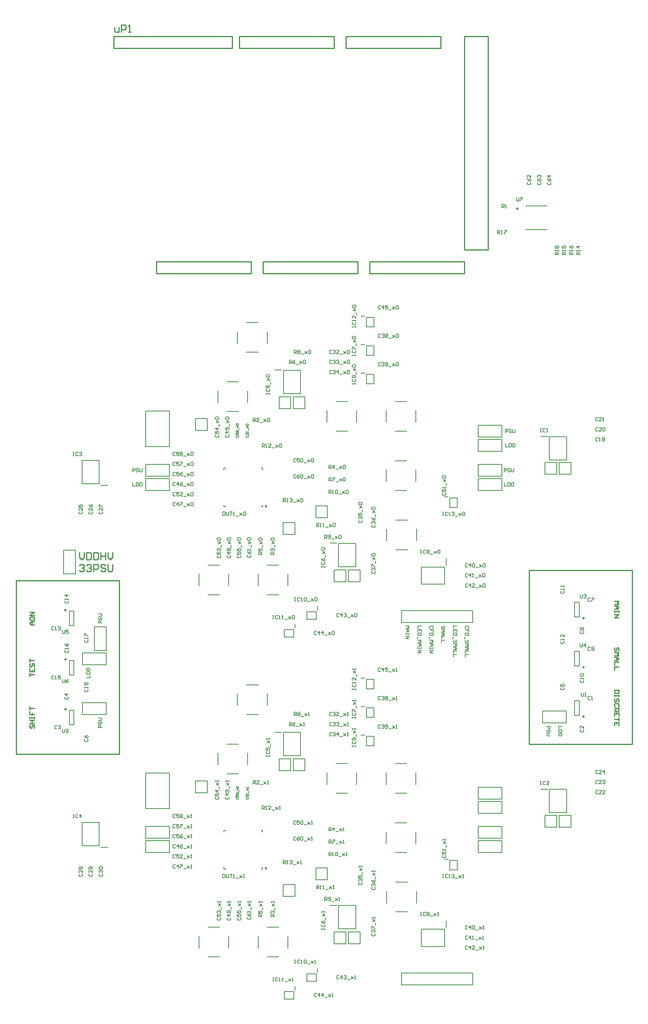
<source format=gbr>
%FSTAX23Y23*%
%MOIN*%
%SFA1B1*%

%IPPOS*%
%ADD53C,0.009843*%
%ADD54C,0.010000*%
%ADD55C,0.007874*%
%ADD56C,0.006000*%
%LNcfd_2channel_legend_top-1*%
%LPD*%
G54D53*
X04429Y06851D02*
D01*
X04429Y06852*
X04429Y06852*
X04429Y06852*
X04429Y06853*
X04429Y06853*
X04429Y06853*
X04428Y06854*
X04428Y06854*
X04428Y06854*
X04428Y06854*
X04428Y06855*
X04427Y06855*
X04427Y06855*
X04427Y06855*
X04427Y06856*
X04426Y06856*
X04426Y06856*
X04426Y06856*
X04425Y06856*
X04425Y06856*
X04425Y06856*
X04424Y06856*
X04424*
X04424Y06856*
X04423Y06856*
X04423Y06856*
X04423Y06856*
X04422Y06856*
X04422Y06856*
X04422Y06856*
X04421Y06855*
X04421Y06855*
X04421Y06855*
X04421Y06855*
X0442Y06854*
X0442Y06854*
X0442Y06854*
X0442Y06854*
X0442Y06853*
X0442Y06853*
X04419Y06853*
X04419Y06852*
X04419Y06852*
X04419Y06852*
X04419Y06851*
X04419Y06851*
X04419Y06851*
X04419Y0685*
X04419Y0685*
X0442Y0685*
X0442Y06849*
X0442Y06849*
X0442Y06849*
X0442Y06848*
X0442Y06848*
X04421Y06848*
X04421Y06848*
X04421Y06847*
X04421Y06847*
X04422Y06847*
X04422Y06847*
X04422Y06847*
X04423Y06847*
X04423Y06846*
X04423Y06846*
X04424Y06846*
X04424Y06846*
X04424*
X04425Y06846*
X04425Y06846*
X04425Y06846*
X04426Y06847*
X04426Y06847*
X04426Y06847*
X04427Y06847*
X04427Y06847*
X04427Y06847*
X04427Y06848*
X04428Y06848*
X04428Y06848*
X04428Y06848*
X04428Y06849*
X04428Y06849*
X04429Y06849*
X04429Y0685*
X04429Y0685*
X04429Y0685*
X04429Y06851*
X04429Y06851*
X04429Y06851*
X02308Y01287D02*
D01*
X02308Y01287*
X02308Y01288*
X02308Y01288*
X02308Y01288*
X02308Y01289*
X02308Y01289*
X02308Y01289*
X02308Y0129*
X02307Y0129*
X02307Y0129*
X02307Y0129*
X02307Y01291*
X02307Y01291*
X02306Y01291*
X02306Y01291*
X02306Y01291*
X02305Y01292*
X02305Y01292*
X02305Y01292*
X02304Y01292*
X02304Y01292*
X02304Y01292*
X02303*
X02303Y01292*
X02303Y01292*
X02302Y01292*
X02302Y01292*
X02302Y01292*
X02301Y01291*
X02301Y01291*
X02301Y01291*
X023Y01291*
X023Y01291*
X023Y0129*
X023Y0129*
X02299Y0129*
X02299Y0129*
X02299Y01289*
X02299Y01289*
X02299Y01289*
X02299Y01288*
X02299Y01288*
X02299Y01288*
X02299Y01287*
X02299Y01287*
X02299Y01287*
X02299Y01286*
X02299Y01286*
X02299Y01286*
X02299Y01285*
X02299Y01285*
X02299Y01285*
X02299Y01284*
X02299Y01284*
X023Y01284*
X023Y01284*
X023Y01283*
X023Y01283*
X02301Y01283*
X02301Y01283*
X02301Y01283*
X02302Y01282*
X02302Y01282*
X02302Y01282*
X02303Y01282*
X02303Y01282*
X02303Y01282*
X02304*
X02304Y01282*
X02304Y01282*
X02305Y01282*
X02305Y01282*
X02305Y01282*
X02306Y01283*
X02306Y01283*
X02306Y01283*
X02307Y01283*
X02307Y01283*
X02307Y01284*
X02307Y01284*
X02307Y01284*
X02308Y01284*
X02308Y01285*
X02308Y01285*
X02308Y01285*
X02308Y01286*
X02308Y01286*
X02308Y01286*
X02308Y01287*
X02308Y01287*
Y04342D02*
D01*
X02308Y04342*
X02308Y04343*
X02308Y04343*
X02308Y04343*
X02308Y04344*
X02308Y04344*
X02308Y04344*
X02308Y04345*
X02307Y04345*
X02307Y04345*
X02307Y04345*
X02307Y04346*
X02307Y04346*
X02306Y04346*
X02306Y04346*
X02306Y04346*
X02305Y04347*
X02305Y04347*
X02305Y04347*
X02304Y04347*
X02304Y04347*
X02304Y04347*
X02303*
X02303Y04347*
X02303Y04347*
X02302Y04347*
X02302Y04347*
X02302Y04347*
X02301Y04346*
X02301Y04346*
X02301Y04346*
X023Y04346*
X023Y04346*
X023Y04345*
X023Y04345*
X02299Y04345*
X02299Y04345*
X02299Y04344*
X02299Y04344*
X02299Y04344*
X02299Y04343*
X02299Y04343*
X02299Y04343*
X02299Y04342*
X02299Y04342*
X02299Y04342*
X02299Y04341*
X02299Y04341*
X02299Y04341*
X02299Y0434*
X02299Y0434*
X02299Y0434*
X02299Y04339*
X02299Y04339*
X023Y04339*
X023Y04339*
X023Y04338*
X023Y04338*
X02301Y04338*
X02301Y04338*
X02301Y04338*
X02302Y04337*
X02302Y04337*
X02302Y04337*
X02303Y04337*
X02303Y04337*
X02303Y04337*
X02304*
X02304Y04337*
X02304Y04337*
X02305Y04337*
X02305Y04337*
X02305Y04337*
X02306Y04338*
X02306Y04338*
X02306Y04338*
X02307Y04338*
X02307Y04338*
X02307Y04339*
X02307Y04339*
X02307Y04339*
X02308Y04339*
X02308Y0434*
X02308Y0434*
X02308Y0434*
X02308Y04341*
X02308Y04341*
X02308Y04341*
X02308Y04342*
X02308Y04342*
X04989Y02569D02*
D01*
X04989Y02569*
X04989Y02569*
X04988Y0257*
X04988Y0257*
X04988Y0257*
X04988Y02571*
X04988Y02571*
X04988Y02571*
X04988Y02572*
X04987Y02572*
X04987Y02572*
X04987Y02572*
X04987Y02573*
X04986Y02573*
X04986Y02573*
X04986Y02573*
X04985Y02573*
X04985Y02573*
X04985Y02573*
X04984Y02573*
X04984Y02574*
X04984Y02574*
X04983*
X04983Y02574*
X04983Y02573*
X04982Y02573*
X04982Y02573*
X04982Y02573*
X04981Y02573*
X04981Y02573*
X04981Y02573*
X04981Y02573*
X0498Y02572*
X0498Y02572*
X0498Y02572*
X0498Y02572*
X04979Y02571*
X04979Y02571*
X04979Y02571*
X04979Y0257*
X04979Y0257*
X04979Y0257*
X04979Y02569*
X04979Y02569*
X04979Y02569*
X04979Y02568*
X04979Y02568*
X04979Y02568*
X04979Y02567*
X04979Y02567*
X04979Y02567*
X04979Y02566*
X04979Y02566*
X0498Y02566*
X0498Y02565*
X0498Y02565*
X0498Y02565*
X04981Y02565*
X04981Y02565*
X04981Y02564*
X04981Y02564*
X04982Y02564*
X04982Y02564*
X04982Y02564*
X04983Y02564*
X04983Y02564*
X04983Y02564*
X04984*
X04984Y02564*
X04984Y02564*
X04985Y02564*
X04985Y02564*
X04985Y02564*
X04986Y02564*
X04986Y02564*
X04986Y02565*
X04987Y02565*
X04987Y02565*
X04987Y02565*
X04987Y02565*
X04988Y02566*
X04988Y02566*
X04988Y02566*
X04988Y02567*
X04988Y02567*
X04988Y02567*
X04988Y02568*
X04989Y02568*
X04989Y02568*
X04989Y02569*
X00615Y0263D02*
D01*
X00615Y02631*
X00615Y02631*
X00615Y02631*
X00615Y02632*
X00615Y02632*
X00615Y02632*
X00615Y02633*
X00615Y02633*
X00614Y02633*
X00614Y02634*
X00614Y02634*
X00614Y02634*
X00613Y02634*
X00613Y02634*
X00613Y02635*
X00613Y02635*
X00612Y02635*
X00612Y02635*
X00612Y02635*
X00611Y02635*
X00611Y02635*
X00611Y02635*
X0061*
X0061Y02635*
X0061Y02635*
X00609Y02635*
X00609Y02635*
X00609Y02635*
X00608Y02635*
X00608Y02635*
X00608Y02634*
X00607Y02634*
X00607Y02634*
X00607Y02634*
X00607Y02634*
X00606Y02633*
X00606Y02633*
X00606Y02633*
X00606Y02632*
X00606Y02632*
X00606Y02632*
X00606Y02631*
X00605Y02631*
X00605Y02631*
X00605Y0263*
X00605Y0263*
X00605Y0263*
X00606Y02629*
X00606Y02629*
X00606Y02629*
X00606Y02628*
X00606Y02628*
X00606Y02628*
X00606Y02627*
X00607Y02627*
X00607Y02627*
X00607Y02627*
X00607Y02626*
X00608Y02626*
X00608Y02626*
X00608Y02626*
X00609Y02626*
X00609Y02626*
X00609Y02626*
X0061Y02626*
X0061Y02625*
X0061Y02625*
X00611*
X00611Y02625*
X00611Y02626*
X00612Y02626*
X00612Y02626*
X00612Y02626*
X00613Y02626*
X00613Y02626*
X00613Y02626*
X00613Y02626*
X00614Y02627*
X00614Y02627*
X00614Y02627*
X00614Y02627*
X00615Y02628*
X00615Y02628*
X00615Y02628*
X00615Y02629*
X00615Y02629*
X00615Y02629*
X00615Y0263*
X00615Y0263*
X00615Y0263*
X04989Y03399D02*
D01*
X04989Y03399*
X04989Y03399*
X04988Y034*
X04988Y034*
X04988Y034*
X04988Y03401*
X04988Y03401*
X04988Y03401*
X04988Y03402*
X04987Y03402*
X04987Y03402*
X04987Y03402*
X04987Y03403*
X04986Y03403*
X04986Y03403*
X04986Y03403*
X04985Y03403*
X04985Y03403*
X04985Y03403*
X04984Y03403*
X04984Y03404*
X04984Y03404*
X04983*
X04983Y03404*
X04983Y03403*
X04982Y03403*
X04982Y03403*
X04982Y03403*
X04981Y03403*
X04981Y03403*
X04981Y03403*
X04981Y03403*
X0498Y03402*
X0498Y03402*
X0498Y03402*
X0498Y03402*
X04979Y03401*
X04979Y03401*
X04979Y03401*
X04979Y034*
X04979Y034*
X04979Y034*
X04979Y03399*
X04979Y03399*
X04979Y03399*
X04979Y03398*
X04979Y03398*
X04979Y03398*
X04979Y03397*
X04979Y03397*
X04979Y03397*
X04979Y03396*
X04979Y03396*
X0498Y03396*
X0498Y03395*
X0498Y03395*
X0498Y03395*
X04981Y03395*
X04981Y03395*
X04981Y03394*
X04981Y03394*
X04982Y03394*
X04982Y03394*
X04982Y03394*
X04983Y03394*
X04983Y03394*
X04983Y03394*
X04984*
X04984Y03394*
X04984Y03394*
X04985Y03394*
X04985Y03394*
X04985Y03394*
X04986Y03394*
X04986Y03394*
X04986Y03395*
X04987Y03395*
X04987Y03395*
X04987Y03395*
X04987Y03395*
X04988Y03396*
X04988Y03396*
X04988Y03396*
X04988Y03397*
X04988Y03397*
X04988Y03397*
X04988Y03398*
X04989Y03398*
X04989Y03398*
X04989Y03399*
Y02984D02*
D01*
X04989Y02984*
X04989Y02984*
X04988Y02985*
X04988Y02985*
X04988Y02985*
X04988Y02986*
X04988Y02986*
X04988Y02986*
X04988Y02987*
X04987Y02987*
X04987Y02987*
X04987Y02987*
X04987Y02988*
X04986Y02988*
X04986Y02988*
X04986Y02988*
X04985Y02988*
X04985Y02988*
X04985Y02988*
X04984Y02988*
X04984Y02989*
X04984Y02989*
X04983*
X04983Y02989*
X04983Y02988*
X04982Y02988*
X04982Y02988*
X04982Y02988*
X04981Y02988*
X04981Y02988*
X04981Y02988*
X04981Y02988*
X0498Y02987*
X0498Y02987*
X0498Y02987*
X0498Y02987*
X04979Y02986*
X04979Y02986*
X04979Y02986*
X04979Y02985*
X04979Y02985*
X04979Y02985*
X04979Y02984*
X04979Y02984*
X04979Y02984*
X04979Y02983*
X04979Y02983*
X04979Y02983*
X04979Y02982*
X04979Y02982*
X04979Y02982*
X04979Y02981*
X04979Y02981*
X0498Y02981*
X0498Y0298*
X0498Y0298*
X0498Y0298*
X04981Y0298*
X04981Y0298*
X04981Y02979*
X04981Y02979*
X04982Y02979*
X04982Y02979*
X04982Y02979*
X04983Y02979*
X04983Y02979*
X04983Y02979*
X04984*
X04984Y02979*
X04984Y02979*
X04985Y02979*
X04985Y02979*
X04985Y02979*
X04986Y02979*
X04986Y02979*
X04986Y0298*
X04987Y0298*
X04987Y0298*
X04987Y0298*
X04987Y0298*
X04988Y02981*
X04988Y02981*
X04988Y02981*
X04988Y02982*
X04988Y02982*
X04988Y02982*
X04988Y02983*
X04989Y02983*
X04989Y02983*
X04989Y02984*
X00615Y03465D02*
D01*
X00615Y03466*
X00615Y03466*
X00615Y03466*
X00615Y03467*
X00615Y03467*
X00615Y03467*
X00615Y03468*
X00615Y03468*
X00614Y03468*
X00614Y03469*
X00614Y03469*
X00614Y03469*
X00613Y03469*
X00613Y03469*
X00613Y0347*
X00613Y0347*
X00612Y0347*
X00612Y0347*
X00612Y0347*
X00611Y0347*
X00611Y0347*
X00611Y0347*
X0061*
X0061Y0347*
X0061Y0347*
X00609Y0347*
X00609Y0347*
X00609Y0347*
X00608Y0347*
X00608Y0347*
X00608Y03469*
X00607Y03469*
X00607Y03469*
X00607Y03469*
X00607Y03469*
X00606Y03468*
X00606Y03468*
X00606Y03468*
X00606Y03467*
X00606Y03467*
X00606Y03467*
X00606Y03466*
X00605Y03466*
X00605Y03466*
X00605Y03465*
X00605Y03465*
X00605Y03465*
X00606Y03464*
X00606Y03464*
X00606Y03464*
X00606Y03463*
X00606Y03463*
X00606Y03463*
X00606Y03462*
X00607Y03462*
X00607Y03462*
X00607Y03462*
X00607Y03461*
X00608Y03461*
X00608Y03461*
X00608Y03461*
X00609Y03461*
X00609Y03461*
X00609Y03461*
X0061Y03461*
X0061Y0346*
X0061Y0346*
X00611*
X00611Y0346*
X00611Y03461*
X00612Y03461*
X00612Y03461*
X00612Y03461*
X00613Y03461*
X00613Y03461*
X00613Y03461*
X00613Y03461*
X00614Y03462*
X00614Y03462*
X00614Y03462*
X00614Y03462*
X00615Y03463*
X00615Y03463*
X00615Y03463*
X00615Y03464*
X00615Y03464*
X00615Y03464*
X00615Y03465*
X00615Y03465*
X00615Y03465*
Y0305D02*
D01*
X00615Y03051*
X00615Y03051*
X00615Y03051*
X00615Y03052*
X00615Y03052*
X00615Y03052*
X00615Y03053*
X00615Y03053*
X00614Y03053*
X00614Y03054*
X00614Y03054*
X00614Y03054*
X00613Y03054*
X00613Y03054*
X00613Y03055*
X00613Y03055*
X00612Y03055*
X00612Y03055*
X00612Y03055*
X00611Y03055*
X00611Y03055*
X00611Y03055*
X0061*
X0061Y03055*
X0061Y03055*
X00609Y03055*
X00609Y03055*
X00609Y03055*
X00608Y03055*
X00608Y03055*
X00608Y03054*
X00607Y03054*
X00607Y03054*
X00607Y03054*
X00607Y03054*
X00606Y03053*
X00606Y03053*
X00606Y03053*
X00606Y03052*
X00606Y03052*
X00606Y03052*
X00606Y03051*
X00605Y03051*
X00605Y03051*
X00605Y0305*
X00605Y0305*
X00605Y0305*
X00606Y03049*
X00606Y03049*
X00606Y03049*
X00606Y03048*
X00606Y03048*
X00606Y03048*
X00606Y03047*
X00607Y03047*
X00607Y03047*
X00607Y03047*
X00607Y03046*
X00608Y03046*
X00608Y03046*
X00608Y03046*
X00609Y03046*
X00609Y03046*
X00609Y03046*
X0061Y03046*
X0061Y03045*
X0061Y03045*
X00611*
X00611Y03045*
X00611Y03046*
X00612Y03046*
X00612Y03046*
X00612Y03046*
X00613Y03046*
X00613Y03046*
X00613Y03046*
X00613Y03046*
X00614Y03047*
X00614Y03047*
X00614Y03047*
X00614Y03047*
X00615Y03048*
X00615Y03048*
X00615Y03048*
X00615Y03049*
X00615Y03049*
X00615Y03049*
X00615Y0305*
X00615Y0305*
X00615Y0305*
G54D54*
X04525Y02335D02*
X05395D01*
X04525Y038D02*
X05395D01*
Y02335D02*
Y038D01*
X04525Y02335D02*
Y038D01*
X00195Y0225D02*
X01065D01*
X00195Y03715D02*
X01065D01*
Y0225D02*
Y03715D01*
X00195Y0225D02*
Y03715D01*
X0318Y06305D02*
X0398D01*
X0318Y06405D02*
X0398D01*
Y06305D02*
Y06405D01*
X0318Y06305D02*
Y06405D01*
X0298Y08205D02*
X0378D01*
X0298Y08305D02*
X0378D01*
Y08205D02*
Y08305D01*
X0298Y08205D02*
Y08305D01*
X0228Y06305D02*
X0308D01*
X0228Y06405D02*
X0308D01*
Y06305D02*
Y06405D01*
X0228Y06305D02*
Y06405D01*
X0208Y08205D02*
X0288D01*
X0208Y08305D02*
X0288D01*
Y08205D02*
Y08305D01*
X0208Y08205D02*
Y08305D01*
X0138Y06305D02*
X0218D01*
X0138Y06405D02*
X0218D01*
Y06305D02*
Y06405D01*
X0138Y06305D02*
Y06405D01*
X0102Y08205D02*
X0202D01*
X0102Y08305D02*
X0202D01*
Y08205D02*
Y08305D01*
X0102Y08205D02*
Y08305D01*
X0398Y06505D02*
Y08305D01*
X0418Y06505D02*
Y08305D01*
X0398D02*
X0418D01*
X0398Y06505D02*
X0418D01*
X0035Y03341D02*
X00323D01*
X0031Y03355*
X00323Y03368*
X0035*
X0033*
Y03341*
X0031Y03401D02*
Y03388D01*
X00316Y03381*
X00343*
X0035Y03388*
Y03401*
X00343Y03408*
X00316*
X0031Y03401*
X0035Y03421D02*
X0031D01*
X0035Y03448*
X0031*
X05245Y03539D02*
X05284D01*
X05271Y03526*
X05284Y03513*
X05245*
Y03499D02*
X05271D01*
X05284Y03486*
X05271Y03473*
X05245*
X05264*
Y03499*
X05284Y0346D02*
Y03446D01*
Y03453*
X05245*
Y0346*
Y03446*
Y03426D02*
X05284D01*
X05245Y034*
X05284*
X0031Y02906D02*
Y02933D01*
Y0292*
X0035*
X0031Y02973D02*
Y02946D01*
X0035*
Y02973*
X0033Y02946D02*
Y0296D01*
X00316Y03013D02*
X0031Y03006D01*
Y02993*
X00316Y02986*
X00323*
X0033Y02993*
Y03006*
X00336Y03013*
X00343*
X0035Y03006*
Y02993*
X00343Y02986*
X0031Y03026D02*
Y03053D01*
Y03039*
X0035*
X00316Y02496D02*
X0031Y0249D01*
Y02476*
X00316Y0247*
X00323*
X0033Y02476*
Y0249*
X00336Y02496*
X00343*
X0035Y0249*
Y02476*
X00343Y0247*
X0031Y0251D02*
X0035D01*
X0033*
Y02536*
X0031*
X0035*
X0031Y0255D02*
Y02563D01*
Y02556*
X0035*
Y0255*
Y02563*
X0031Y02609D02*
Y02583D01*
X0033*
Y02596*
Y02583*
X0035*
X0031Y02623D02*
Y02649D01*
Y02636*
X0035*
X0073Y03949D02*
Y0391D01*
X00749Y0389*
X00769Y0391*
Y03949*
X00789D02*
Y0389D01*
X00819*
X00829Y039*
Y03939*
X00819Y03949*
X00789*
X00849D02*
Y0389D01*
X00879*
X00889Y039*
Y03939*
X00879Y03949*
X00849*
X00909D02*
Y0389D01*
Y0392*
X00949*
Y03949*
Y0389*
X00969Y03949D02*
Y0391D01*
X00989Y0389*
X01009Y0391*
Y03949*
X0073Y03839D02*
X00739Y03849D01*
X00759*
X00769Y03839*
Y03829*
X00759Y0382*
X00749*
X00759*
X00769Y0381*
Y038*
X00759Y0379*
X00739*
X0073Y038*
X00789Y03839D02*
X00799Y03849D01*
X00819*
X00829Y03839*
Y03829*
X00819Y0382*
X00809*
X00819*
X00829Y0381*
Y038*
X00819Y0379*
X00799*
X00789Y038*
X00849Y0379D02*
Y03849D01*
X00879*
X00889Y03839*
Y0382*
X00879Y0381*
X00849*
X00949Y03839D02*
X00939Y03849D01*
X00919*
X00909Y03839*
Y03829*
X00919Y0382*
X00939*
X00949Y0381*
Y038*
X00939Y0379*
X00919*
X00909Y038*
X00969Y03849D02*
Y038D01*
X00979Y0379*
X00999*
X01009Y038*
Y03849*
X05284Y02789D02*
X05245D01*
Y02769*
X05251Y02763*
X05278*
X05284Y02769*
Y02789*
Y02749D02*
Y02736D01*
Y02743*
X05245*
Y02749*
Y02736*
X05278Y02689D02*
X05284Y02696D01*
Y02709*
X05278Y02716*
X05271*
X05264Y02709*
Y02696*
X05258Y02689*
X05251*
X05245Y02696*
Y02709*
X05251Y02716*
X05278Y02649D02*
X05284Y02656D01*
Y02669*
X05278Y02676*
X05251*
X05245Y02669*
Y02656*
X05251Y02649*
X05245Y02636D02*
X05284D01*
Y02616*
X05278Y0261*
X05264*
X05258Y02616*
Y02636*
Y02623D02*
X05245Y0261D01*
X05284Y0257D02*
Y02596D01*
X05245*
Y0257*
X05264Y02596D02*
Y02583D01*
X05284Y02556D02*
Y0253D01*
Y02543*
X05245*
X05284Y0249D02*
Y02516D01*
X05245*
Y0249*
X05264Y02516D02*
Y02503D01*
X05278Y03121D02*
X05284Y03128D01*
Y03141*
X05278Y03148*
X05271*
X05264Y03141*
Y03128*
X05258Y03121*
X05251*
X05245Y03128*
Y03141*
X05251Y03148*
X05245Y03108D02*
X05284D01*
X05271Y03094*
X05284Y03081*
X05245*
Y03068D02*
X05271D01*
X05284Y03055*
X05271Y03041*
X05245*
X05264*
Y03068*
X05284Y03028D02*
X05245D01*
Y03001*
X05284Y02988D02*
X05245D01*
Y02961*
X01025Y08379D02*
Y08349D01*
X01034Y0834*
X01064*
Y08379*
X01084Y0834D02*
Y08399D01*
X01114*
X01124Y08389*
Y08369*
X01114Y08359*
X01084*
X01144Y0834D02*
X01164D01*
X01154*
Y08399*
X01144Y08389*
G54D55*
X04501Y06873D02*
Y06875D01*
Y06674D02*
Y06676D01*
Y06674D02*
X04678D01*
Y06873D02*
Y06875D01*
Y06674D02*
Y06676D01*
X04501Y06875D02*
X04678D01*
X04697Y04928D02*
X04842D01*
Y04731D02*
Y04928D01*
X04697Y04731D02*
X04842D01*
X04697D02*
Y04928D01*
X04625Y04929D02*
X04683D01*
X0478Y0461D02*
Y04709D01*
X04879Y0461D02*
Y04709D01*
X0478D02*
X04879D01*
X0478Y0461D02*
X04879D01*
X0466D02*
Y04709D01*
X04759Y0461D02*
Y04709D01*
X0466D02*
X04759D01*
X0466Y0461D02*
X04759D01*
X0129Y05145D02*
X0149D01*
X0129Y04845D02*
X0149D01*
X0129D02*
Y05145D01*
X0149Y04845D02*
Y05145D01*
Y04953D02*
Y05145D01*
X0129Y0209D02*
X0149D01*
X0129Y0179D02*
X0149D01*
X0129D02*
Y0209D01*
X0149Y0179D02*
Y0209D01*
Y01898D02*
Y0209D01*
X02263Y01608D02*
X02278D01*
Y01593D02*
Y01608D01*
X01951D02*
X01966D01*
X01951Y01593D02*
Y01608D01*
Y01281D02*
Y01296D01*
Y01281D02*
X01966D01*
X02263D02*
X02278D01*
Y01296*
X02452Y02433D02*
X02597D01*
Y02236D02*
Y02433D01*
X02452Y02236D02*
X02597D01*
X02452D02*
Y02433D01*
X0238Y02434D02*
X02438D01*
X02917Y00973D02*
X03062D01*
Y00776D02*
Y00973D01*
X02917Y00776D02*
X03062D01*
X02917D02*
Y00973D01*
X02845Y00974D02*
X02903D01*
X03106Y02649D02*
X03139D01*
X03153Y0256D02*
Y02639D01*
Y0256D02*
X03216D01*
Y02639*
X03153D02*
X03216D01*
X03106Y02409D02*
X03139D01*
X03153Y0232D02*
Y02399D01*
Y0232D02*
X03216D01*
Y02399*
X03153D02*
X03216D01*
X02739Y0041D02*
Y00443D01*
X0265Y00396D02*
X02729D01*
X0265Y00333D02*
Y00396D01*
Y00333D02*
X02729D01*
Y00396*
X02549Y0026D02*
Y00293D01*
X0246Y00246D02*
X02539D01*
X0246Y00183D02*
Y00246D01*
Y00183D02*
X02539D01*
Y00246*
X03106Y02889D02*
X03139D01*
X03153Y028D02*
Y02879D01*
Y028D02*
X03216D01*
Y02879*
X03153D02*
X03216D01*
X03811Y01364D02*
X03844D01*
X03858Y01275D02*
Y01354D01*
Y01275D02*
X03921D01*
Y01354*
X03858D02*
X03921D01*
X02535Y0211D02*
X02634D01*
X02535Y02209D02*
X02634D01*
X02535Y0211D02*
Y02209D01*
X02634Y0211D02*
Y02209D01*
X02415Y0211D02*
X02514D01*
X02415Y02209D02*
X02514D01*
X02415Y0211D02*
Y02209D01*
X02514Y0211D02*
Y02209D01*
X02239Y00615D02*
Y00714D01*
X02315Y00539D02*
X02414D01*
X0249Y00615D02*
Y00714D01*
X02315Y0079D02*
X02414D01*
X01899Y0216D02*
Y02259D01*
X01975Y02084D02*
X02074D01*
X0215Y0216D02*
Y02259D01*
X01975Y02335D02*
X02074D01*
X03Y0065D02*
X03099D01*
X03Y00749D02*
X03099D01*
X03Y0065D02*
Y00749D01*
X03099Y0065D02*
Y00749D01*
X0288Y0065D02*
X02979D01*
X0288Y00749D02*
X02979D01*
X0288Y0065D02*
Y00749D01*
X02979Y0065D02*
Y00749D01*
X01739Y00615D02*
Y00714D01*
X01815Y00539D02*
X01914D01*
X0199Y00615D02*
Y00714D01*
X01815Y0079D02*
X01914D01*
X02819Y01995D02*
Y02094D01*
X02895Y01919D02*
X02994D01*
X0307Y01995D02*
Y02094D01*
X02895Y0217D02*
X02994D01*
X02064Y0266D02*
Y02759D01*
X0214Y02584D02*
X02239D01*
X02315Y0266D02*
Y02759D01*
X0214Y02835D02*
X02239D01*
X03319Y01995D02*
Y02094D01*
X03395Y01919D02*
X03494D01*
X0357Y01995D02*
Y02094D01*
X03395Y0217D02*
X03494D01*
X03324Y00995D02*
Y01094D01*
X034Y00919D02*
X03499D01*
X03575Y00995D02*
Y01094D01*
X034Y0117D02*
X03499D01*
X03319Y01495D02*
Y01594D01*
X03395Y01419D02*
X03494D01*
X0357Y01495D02*
Y01594D01*
X03395Y0167D02*
X03494D01*
X0171Y01925D02*
X01809D01*
X0171Y02024D02*
X01809D01*
X0171Y01925D02*
Y02024D01*
X01809Y01925D02*
Y02024D01*
X03813Y00627D02*
Y00772D01*
X03616Y00627D02*
X03813D01*
X03616D02*
Y00772D01*
X03813*
X03827Y00786D02*
Y00844D01*
X0345Y00305D02*
Y00405D01*
X0405Y00305D02*
Y00405D01*
X0345Y00305D02*
X0405D01*
X0345Y00405D02*
X0405D01*
X0245Y0105D02*
X02549D01*
X0245Y01149D02*
X02549D01*
X0245Y0105D02*
Y01149D01*
X02549Y0105D02*
Y01149D01*
X02725Y0119D02*
X02824D01*
X02725Y01289D02*
X02824D01*
X02725Y0119D02*
Y01289D01*
X02824Y0119D02*
Y01289D01*
X0129Y0154D02*
Y0164D01*
X0149*
Y0154D02*
Y0164D01*
X0129Y0154D02*
X0149D01*
Y0142D02*
Y0152D01*
X0129Y0142D02*
X0149D01*
X0129D02*
Y0152D01*
X0149*
X04295Y0187D02*
Y0197D01*
X04095Y0187D02*
X04295D01*
X04095D02*
Y0197D01*
X04295*
X04095Y0175D02*
Y0185D01*
X04295*
Y0175D02*
Y0185D01*
X04095Y0175D02*
X04295D01*
Y0154D02*
Y0164D01*
X04095Y0154D02*
X04295D01*
X04095D02*
Y0164D01*
X04295*
X04095Y0142D02*
Y0152D01*
X04295*
Y0142D02*
Y0152D01*
X04095Y0142D02*
X04295D01*
X02824Y04245D02*
Y04344D01*
X02725Y04245D02*
Y04344D01*
X02824*
X02725Y04245D02*
X02824D01*
X01809Y0498D02*
Y05079D01*
X0171Y0498D02*
Y05079D01*
X01809*
X0171Y0498D02*
X01809D01*
X02278Y04336D02*
Y04351D01*
X02263Y04336D02*
X02278D01*
X01951D02*
X01966D01*
X01951D02*
Y04351D01*
Y04648D02*
Y04663D01*
X01966*
X02278Y04648D02*
Y04663D01*
X02263D02*
X02278D01*
X04095Y04695D02*
X04295D01*
X04095Y04595D02*
Y04695D01*
Y04595D02*
X04295D01*
Y04695*
X04095Y04475D02*
X04295D01*
Y04575*
X04095D02*
X04295D01*
X04095Y04475D02*
Y04575D01*
Y05025D02*
X04295D01*
X04095Y04925D02*
Y05025D01*
Y04925D02*
X04295D01*
Y05025*
X04095Y04805D02*
X04295D01*
Y04905*
X04095D02*
X04295D01*
X04095Y04805D02*
Y04905D01*
X0129Y04595D02*
X0149D01*
Y04695*
X0129D02*
X0149D01*
X0129Y04595D02*
Y04695D01*
Y04575D02*
X0149D01*
X0129Y04475D02*
Y04575D01*
Y04475D02*
X0149D01*
Y04575*
X02549Y04105D02*
Y04204D01*
X0245Y04105D02*
Y04204D01*
X02549*
X0245Y04105D02*
X02549D01*
X0345Y0336D02*
Y0346D01*
X0405Y0336D02*
Y0346D01*
X0345Y0336D02*
X0405D01*
X0345Y0346D02*
X0405D01*
X03Y03705D02*
X03099D01*
X03Y03804D02*
X03099D01*
X03Y03705D02*
Y03804D01*
X03099Y03705D02*
Y03804D01*
X0288Y03705D02*
X02979D01*
X0288Y03804D02*
X02979D01*
X0288Y03705D02*
Y03804D01*
X02979Y03705D02*
Y03804D01*
X02535Y05165D02*
X02634D01*
X02535Y05264D02*
X02634D01*
X02535Y05165D02*
Y05264D01*
X02634Y05165D02*
Y05264D01*
X02415Y05165D02*
X02514D01*
X02415Y05264D02*
X02514D01*
X02415Y05165D02*
Y05264D01*
X02514Y05165D02*
Y05264D01*
X03324Y0405D02*
Y04149D01*
X034Y03974D02*
X03499D01*
X03575Y0405D02*
Y04149D01*
X034Y04225D02*
X03499D01*
X03319Y0455D02*
Y04649D01*
X03395Y04474D02*
X03494D01*
X0357Y0455D02*
Y04649D01*
X03395Y04725D02*
X03494D01*
X02064Y05715D02*
Y05814D01*
X0214Y05639D02*
X02239D01*
X02315Y05715D02*
Y05814D01*
X0214Y0589D02*
X02239D01*
X03319Y0505D02*
Y05149D01*
X03395Y04974D02*
X03494D01*
X0357Y0505D02*
Y05149D01*
X03395Y05225D02*
X03494D01*
X01739Y0367D02*
Y03769D01*
X01815Y03594D02*
X01914D01*
X0199Y0367D02*
Y03769D01*
X01815Y03845D02*
X01914D01*
X02819Y0505D02*
Y05149D01*
X02895Y04974D02*
X02994D01*
X0307Y0505D02*
Y05149D01*
X02895Y05225D02*
X02994D01*
X02239Y0367D02*
Y03769D01*
X02315Y03594D02*
X02414D01*
X0249Y0367D02*
Y03769D01*
X02315Y03845D02*
X02414D01*
X01899Y05215D02*
Y05314D01*
X01975Y05139D02*
X02074D01*
X0215Y05215D02*
Y05314D01*
X01975Y0539D02*
X02074D01*
X03811Y04419D02*
X03844D01*
X03858Y0433D02*
Y04409D01*
Y0433D02*
X03921D01*
Y04409*
X03858D02*
X03921D01*
X03153Y05934D02*
X03216D01*
Y05855D02*
Y05934D01*
X03153Y05855D02*
X03216D01*
X03153D02*
Y05934D01*
X03106Y05944D02*
X03139D01*
X02549Y03315D02*
Y03348D01*
X0246Y03301D02*
X02539D01*
X0246Y03238D02*
Y03301D01*
Y03238D02*
X02539D01*
Y03301*
X02739Y03465D02*
Y03498D01*
X0265Y03451D02*
X02729D01*
X0265Y03388D02*
Y03451D01*
Y03388D02*
X02729D01*
Y03451*
X03153Y05454D02*
X03216D01*
Y05375D02*
Y05454D01*
X03153Y05375D02*
X03216D01*
X03153D02*
Y05454D01*
X03106Y05464D02*
X03139D01*
X03813Y03682D02*
Y03827D01*
X03616Y03682D02*
X03813D01*
X03616D02*
Y03827D01*
X03813*
X03827Y03841D02*
Y03899D01*
X03153Y05694D02*
X03216D01*
Y05615D02*
Y05694D01*
X03153Y05615D02*
X03216D01*
X03153D02*
Y05694D01*
X03106Y05704D02*
X03139D01*
X02917Y04028D02*
X03062D01*
Y03831D02*
Y04028D01*
X02917Y03831D02*
X03062D01*
X02917D02*
Y04028D01*
X02845Y04029D02*
X02903D01*
X02452Y05488D02*
X02597D01*
Y05291D02*
Y05488D01*
X02452Y05291D02*
X02597D01*
X02452D02*
Y05488D01*
X0238Y05489D02*
X02438D01*
X04625Y01954D02*
X04683D01*
X04697Y01756D02*
Y01953D01*
Y01756D02*
X04842D01*
Y01953*
X04697D02*
X04842D01*
X00752Y04531D02*
X00897D01*
X00752D02*
Y04728D01*
X00897*
Y04531D02*
Y04728D01*
X00911Y04517D02*
X00969D01*
X00911Y01462D02*
X00969D01*
X00897Y01476D02*
Y01673D01*
X00752D02*
X00897D01*
X00752Y01476D02*
Y01673D01*
Y01476D02*
X00897D01*
X0484Y02515D02*
Y02615D01*
X0464Y02515D02*
X0484D01*
X0464D02*
Y02615D01*
X0484*
X00755Y02585D02*
X00955D01*
Y02685*
X00755D02*
X00955D01*
X00755Y02585D02*
Y02685D01*
X00595Y0397D02*
X00695D01*
Y0377D02*
Y0397D01*
X00595Y0377D02*
X00695D01*
X00595D02*
Y0397D01*
X00755Y03105D02*
X00955D01*
X00755Y03005D02*
Y03105D01*
Y03005D02*
X00955D01*
Y03105*
X00855Y03125D02*
Y03325D01*
Y03125D02*
X00955D01*
Y03325*
X00855D02*
X00955D01*
X0478Y01635D02*
X04879D01*
X0478Y01734D02*
X04879D01*
Y01635D02*
Y01734D01*
X0478Y01635D02*
Y01734D01*
X0466Y01635D02*
X04759D01*
X0466Y01734D02*
X04759D01*
Y01635D02*
Y01734D01*
X0466Y01635D02*
Y01734D01*
X0491Y02578D02*
Y02701D01*
X04949Y02578D02*
Y02701D01*
X0491D02*
X04949D01*
X0491Y02578D02*
X04949D01*
X00645Y02621D02*
X00684D01*
X00645Y02498D02*
X00684D01*
X00645D02*
Y02621D01*
X00684Y02498D02*
Y02621D01*
X0491Y03408D02*
X04949D01*
X0491Y03531D02*
X04949D01*
Y03408D02*
Y03531D01*
X0491Y03408D02*
Y03531D01*
Y02993D02*
Y03116D01*
X04949Y02993D02*
Y03116D01*
X0491D02*
X04949D01*
X0491Y02993D02*
X04949D01*
X00645Y03456D02*
X00684D01*
X00645Y03333D02*
X00684D01*
X00645D02*
Y03456D01*
X00684Y03333D02*
Y03456D01*
X00645Y03041D02*
X00684D01*
X00645Y02918D02*
X00684D01*
X00645D02*
Y03041D01*
X00684Y02918D02*
Y03041D01*
G54D56*
X0079Y02894D02*
X00819D01*
Y02914*
X0079Y02924D02*
X00819D01*
Y02939*
X00814Y02944*
X00795*
X0079Y02939*
Y02924*
Y02969D02*
Y02959D01*
X00795Y02954*
X00814*
X00819Y02959*
Y02969*
X00814Y02974*
X00795*
X0079Y02969*
X00919Y03356D02*
X0089D01*
Y0337*
X00895Y03375*
X00905*
X00909Y0337*
Y03356*
X00895Y03405D02*
X0089Y034D01*
Y0339*
X00895Y03385*
X009*
X00905Y0339*
Y034*
X00909Y03405*
X00914*
X00919Y034*
Y0339*
X00914Y03385*
X0089Y03415D02*
X00914D01*
X00919Y0342*
Y0343*
X00914Y03435*
X0089*
X00919Y02474D02*
X0089D01*
Y02489*
X00895Y02494*
X00905*
X00909Y02489*
Y02474*
X00895Y02524D02*
X0089Y02519D01*
Y02509*
X00895Y02504*
X009*
X00905Y02509*
Y02519*
X00909Y02524*
X00914*
X00919Y02519*
Y02509*
X00914Y02504*
X0089Y02534D02*
X00914D01*
X00919Y02539*
Y02549*
X00914Y02554*
X0089*
X04804Y02484D02*
X04775D01*
Y02464*
X04804Y02454D02*
X04775D01*
Y02439*
X0478Y02434*
X04799*
X04804Y02439*
Y02454*
Y02409D02*
Y02419D01*
X04799Y02424*
X0478*
X04775Y02419*
Y02409*
X0478Y02404*
X04799*
X04804Y02409*
X04675Y02484D02*
X04704D01*
Y02469*
X04699Y02464*
X0469*
X04685Y02469*
Y02484*
X04699Y02434D02*
X04704Y02439D01*
Y02449*
X04699Y02454*
X04694*
X0469Y02449*
Y02439*
X04685Y02434*
X0468*
X04675Y02439*
Y02449*
X0468Y02454*
X04704Y02424D02*
X0468D01*
X04675Y02419*
Y02409*
X0468Y02404*
X04704*
X03917Y03329D02*
X03887D01*
Y03309*
X03917Y03279D02*
Y03299D01*
X03887*
Y03279*
X03902Y03299D02*
Y03289D01*
X03917Y03269D02*
X03887D01*
Y03254*
X03892Y03249*
X03912*
X03917Y03254*
Y03269*
X03882Y03239D02*
Y03219D01*
X03912Y03189D02*
X03917Y03194D01*
Y03204*
X03912Y03209*
X03907*
X03902Y03204*
Y03194*
X03897Y03189*
X03892*
X03887Y03194*
Y03204*
X03892Y03209*
X03887Y03179D02*
X03917D01*
X03907Y03169*
X03917Y03159*
X03887*
Y03149D02*
X03907D01*
X03917Y03139*
X03907Y03129*
X03887*
X03902*
Y03149*
X03917Y03119D02*
X03887D01*
Y03099*
X03917Y03089D02*
X03887D01*
Y03069*
X04012Y03309D02*
X04017Y03314D01*
Y03324*
X04012Y03329*
X03992*
X03987Y03324*
Y03314*
X03992Y03309*
X04017Y03279D02*
Y03299D01*
X04002*
Y03289*
Y03299*
X03987*
X04017Y03269D02*
X03987D01*
Y03254*
X03992Y03249*
X04012*
X04017Y03254*
Y03269*
X03982Y03239D02*
Y03219D01*
X04012Y03189D02*
X04017Y03194D01*
Y03204*
X04012Y03209*
X04007*
X04002Y03204*
Y03194*
X03997Y03189*
X03992*
X03987Y03194*
Y03204*
X03992Y03209*
X03987Y03179D02*
X04017D01*
X04007Y03169*
X04017Y03159*
X03987*
Y03149D02*
X04007D01*
X04017Y03139*
X04007Y03129*
X03987*
X04002*
Y03149*
X04017Y03119D02*
X03987D01*
Y03099*
X04017Y03089D02*
X03987D01*
Y03069*
X03617Y03329D02*
X03587D01*
Y03309*
X03617Y03279D02*
Y03299D01*
X03587*
Y03279*
X03602Y03299D02*
Y03289D01*
X03617Y03269D02*
X03587D01*
Y03254*
X03592Y03249*
X03612*
X03617Y03254*
Y03269*
X03582Y03239D02*
Y03219D01*
X03587Y03209D02*
X03617D01*
X03607Y03199*
X03617Y03189*
X03587*
Y03179D02*
X03607D01*
X03617Y03169*
X03607Y03159*
X03587*
X03602*
Y03179*
X03617Y03149D02*
Y03139D01*
Y03144*
X03587*
Y03149*
Y03139*
Y03124D02*
X03617D01*
X03587Y03104*
X03617*
X03809Y03309D02*
X03814Y03314D01*
Y03324*
X03809Y03329*
X03804*
X038Y03324*
Y03314*
X03795Y03309*
X0379*
X03785Y03314*
Y03324*
X0379Y03329*
X03785Y03299D02*
X03814D01*
X03804Y03289*
X03814Y03279*
X03785*
Y03269D02*
X03804D01*
X03814Y03259*
X03804Y03249*
X03785*
X038*
Y03269*
X03814Y03239D02*
X03785D01*
Y03219*
X03814Y03209D02*
X03785D01*
Y03189*
X03485Y03329D02*
X03514D01*
X03504Y03319*
X03514Y03309*
X03485*
Y03299D02*
X03504D01*
X03514Y03289*
X03504Y03279*
X03485*
X035*
Y03299*
X03514Y03269D02*
Y03259D01*
Y03264*
X03485*
Y03269*
Y03259*
Y03244D02*
X03514D01*
X03485Y03224*
X03514*
X03712Y03309D02*
X03717Y03314D01*
Y03324*
X03712Y03329*
X03692*
X03687Y03324*
Y03314*
X03692Y03309*
X03717Y03279D02*
Y03299D01*
X03702*
Y03289*
Y03299*
X03687*
X03717Y03269D02*
X03687D01*
Y03254*
X03692Y03249*
X03712*
X03717Y03254*
Y03269*
X03682Y03239D02*
Y03219D01*
X03687Y03209D02*
X03717D01*
X03707Y03199*
X03717Y03189*
X03687*
Y03179D02*
X03707D01*
X03717Y03169*
X03707Y03159*
X03687*
X03702*
Y03179*
X03717Y03149D02*
Y03139D01*
Y03144*
X03687*
Y03149*
Y03139*
Y03124D02*
X03717D01*
X03687Y03104*
X03717*
X04316Y0463D02*
Y04659D01*
X0433*
X04335Y04654*
Y04645*
X0433Y0464*
X04316*
X04365Y04654D02*
X0436Y04659D01*
X0435*
X04345Y04654*
Y04649*
X0435Y04645*
X0436*
X04365Y0464*
Y04635*
X0436Y0463*
X0435*
X04345Y04635*
X04375Y04659D02*
Y04635D01*
X0438Y0463*
X0439*
X04395Y04635*
Y04659*
X04316Y04539D02*
Y0451D01*
X04335*
X04345Y04539D02*
Y0451D01*
X0436*
X04365Y04515*
Y04534*
X0436Y04539*
X04345*
X0439D02*
X0438D01*
X04375Y04534*
Y04515*
X0438Y0451*
X0439*
X04395Y04515*
Y04534*
X0439Y04539*
X04326Y04869D02*
Y0484D01*
X04345*
X04355Y04869D02*
Y0484D01*
X0437*
X04375Y04845*
Y04864*
X0437Y04869*
X04355*
X044D02*
X0439D01*
X04385Y04864*
Y04845*
X0439Y0484*
X044*
X04405Y04845*
Y04864*
X044Y04869*
X04326Y0496D02*
Y04989D01*
X0434*
X04345Y04984*
Y04975*
X0434Y0497*
X04326*
X04375Y04984D02*
X0437Y04989D01*
X0436*
X04355Y04984*
Y04979*
X0436Y04975*
X0437*
X04375Y0497*
Y04965*
X0437Y0496*
X0436*
X04355Y04965*
X04385Y04989D02*
Y04965D01*
X0439Y0496*
X044*
X04405Y04965*
Y04989*
X01179Y04539D02*
Y0451D01*
X01199*
X01209Y04539D02*
Y0451D01*
X01224*
X01229Y04515*
Y04534*
X01224Y04539*
X01209*
X01254D02*
X01244D01*
X01239Y04534*
Y04515*
X01244Y0451*
X01254*
X01259Y04515*
Y04534*
X01254Y04539*
X01179Y0463D02*
Y04659D01*
X01194*
X01199Y04654*
Y04645*
X01194Y0464*
X01179*
X01229Y04654D02*
X01224Y04659D01*
X01214*
X01209Y04654*
Y04649*
X01214Y04645*
X01224*
X01229Y0464*
Y04635*
X01224Y0463*
X01214*
X01209Y04635*
X01239Y04659D02*
Y04635D01*
X01244Y0463*
X01254*
X01259Y04635*
Y04659*
X04421Y06944D02*
Y06919D01*
X04425Y06915*
X04435*
X0444Y06919*
Y06944*
X0445D02*
X0447D01*
Y06939*
X0445Y06919*
Y06915*
X04775Y06462D02*
X04745D01*
Y06476*
X0475Y06481*
X0476*
X04765Y06476*
Y06462*
Y06471D02*
X04775Y06481D01*
Y06491D02*
Y06501D01*
Y06496*
X04745*
X0475Y06491*
Y06516D02*
X04745Y06521D01*
Y06531*
X0475Y06536*
X04755*
X0476Y06531*
X04765Y06536*
X0477*
X04775Y06531*
Y06521*
X0477Y06516*
X04765*
X0476Y06521*
X04755Y06516*
X0475*
X0476Y06521D02*
Y06531D01*
X04261Y06637D02*
Y06667D01*
X04275*
X0428Y06662*
Y06652*
X04275Y06647*
X04261*
X0427D02*
X0428Y06637D01*
X0429D02*
X043D01*
X04295*
Y06667*
X0429Y06662*
X04315Y06667D02*
X04335D01*
Y06662*
X04315Y06642*
Y06637*
X04895Y06462D02*
X04865D01*
Y06476*
X0487Y06481*
X0488*
X04885Y06476*
Y06462*
Y06471D02*
X04895Y06481D01*
Y06491D02*
Y06501D01*
Y06496*
X04865*
X0487Y06491*
X04865Y06536D02*
X0487Y06526D01*
X0488Y06516*
X0489*
X04895Y06521*
Y06531*
X0489Y06536*
X04885*
X0488Y06531*
Y06516*
X04835Y06462D02*
X04805D01*
Y06476*
X0481Y06481*
X0482*
X04825Y06476*
Y06462*
Y06471D02*
X04835Y06481D01*
Y06491D02*
Y06501D01*
Y06496*
X04805*
X0481Y06491*
X04805Y06536D02*
Y06516D01*
X0482*
X04815Y06526*
Y06531*
X0482Y06536*
X0483*
X04835Y06531*
Y06521*
X0483Y06516*
X04955Y06462D02*
X04925D01*
Y06476*
X0493Y06481*
X0494*
X04945Y06476*
Y06462*
Y06471D02*
X04955Y06481D01*
Y06491D02*
Y06501D01*
Y06496*
X04925*
X0493Y06491*
X04955Y06531D02*
X04925D01*
X0494Y06516*
Y06536*
X04685Y07073D02*
X0468Y07068D01*
Y07058*
X04685Y07054*
X04705*
X0471Y07058*
Y07068*
X04705Y07073*
X0468Y07103D02*
X04685Y07093D01*
X04695Y07083*
X04705*
X0471Y07088*
Y07098*
X04705Y07103*
X047*
X04695Y07098*
Y07083*
X0471Y07128D02*
X0468D01*
X04695Y07113*
Y07133*
X046Y07073D02*
X04595Y07068D01*
Y07058*
X046Y07054*
X0462*
X04625Y07058*
Y07068*
X0462Y07073*
X04595Y07103D02*
X046Y07093D01*
X0461Y07083*
X0462*
X04625Y07088*
Y07098*
X0462Y07103*
X04615*
X0461Y07098*
Y07083*
X046Y07113D02*
X04595Y07118D01*
Y07128*
X046Y07133*
X04605*
X0461Y07128*
Y07123*
Y07128*
X04615Y07133*
X0462*
X04625Y07128*
Y07118*
X0462Y07113*
X04515Y07073D02*
X0451Y07068D01*
Y07058*
X04515Y07054*
X04535*
X0454Y07058*
Y07068*
X04535Y07073*
X0451Y07103D02*
X04515Y07093D01*
X04525Y07083*
X04535*
X0454Y07088*
Y07098*
X04535Y07103*
X0453*
X04525Y07098*
Y07083*
X0454Y07133D02*
Y07113D01*
X0452Y07133*
X04515*
X0451Y07128*
Y07118*
X04515Y07113*
X02451Y01322D02*
Y01352D01*
X02466*
X02471Y01347*
Y01337*
X02466Y01332*
X02451*
X02461D02*
X02471Y01322D01*
X02481D02*
X02491D01*
X02486*
Y01352*
X02481Y01347*
X02506D02*
X02511Y01352D01*
X02521*
X02526Y01347*
Y01342*
X02521Y01337*
X02516*
X02521*
X02526Y01332*
Y01327*
X02521Y01322*
X02511*
X02506Y01327*
X02536Y01317D02*
X02556D01*
X02566Y01342D02*
X02586Y01322D01*
X02576Y01332*
X02586Y01342*
X02566Y01322*
X02596D02*
X02606D01*
X02601*
Y01352*
X02596Y01347*
X02272Y01782D02*
Y01812D01*
X02287*
X02292Y01807*
Y01797*
X02287Y01792*
X02272*
X02282D02*
X02292Y01782D01*
X02302D02*
X02312D01*
X02307*
Y01812*
X02302Y01807*
X02347Y01782D02*
X02327D01*
X02347Y01802*
Y01807*
X02342Y01812*
X02332*
X02327Y01807*
X02357Y01777D02*
X02377D01*
X02387Y01802D02*
X02407Y01782D01*
X02397Y01792*
X02407Y01802*
X02387Y01782*
X02417D02*
X02427D01*
X02422*
Y01812*
X02417Y01807*
X02732Y01113D02*
Y01142D01*
X02746*
X02751Y01137*
Y01127*
X02746Y01122*
X02732*
X02741D02*
X02751Y01113D01*
X02761D02*
X02771D01*
X02766*
Y01142*
X02761Y01137*
X02786Y01113D02*
X02796D01*
X02791*
Y01142*
X02786Y01137*
X02811Y01108D02*
X02831D01*
X02841Y01132D02*
X02861Y01113D01*
X02851Y01122*
X02861Y01132*
X02841Y01113*
X02871D02*
X02881D01*
X02876*
Y01142*
X02871Y01137*
X02836Y01392D02*
Y01421D01*
X0285*
X02855Y01416*
Y01406*
X0285Y01401*
X02836*
X02845D02*
X02855Y01392D01*
X02865D02*
X02875D01*
X0287*
Y01421*
X02865Y01416*
X0289D02*
X02895Y01421D01*
X02905*
X0291Y01416*
Y01396*
X02905Y01392*
X02895*
X0289Y01396*
Y01416*
X0292Y01387D02*
X0294D01*
X0295Y01411D02*
X0297Y01392D01*
X0296Y01401*
X0297Y01411*
X0295Y01392*
X0298D02*
X0299D01*
X02985*
Y01421*
X0298Y01416*
X028Y01012D02*
Y01042D01*
X02815*
X0282Y01037*
Y01027*
X02815Y01022*
X028*
X0281D02*
X0282Y01012D01*
X0283Y01017D02*
X02835Y01012D01*
X02845*
X0285Y01017*
Y01037*
X02845Y01042*
X02835*
X0283Y01037*
Y01032*
X02835Y01027*
X0285*
X0286Y01007D02*
X02879D01*
X02889Y01032D02*
X02909Y01012D01*
X02899Y01022*
X02909Y01032*
X02889Y01012*
X02919D02*
X02929D01*
X02924*
Y01042*
X02919Y01037*
X02543Y02573D02*
Y02602D01*
X02557*
X02562Y02597*
Y02587*
X02557Y02582*
X02543*
X02552D02*
X02562Y02573D01*
X02572Y02597D02*
X02577Y02602D01*
X02587*
X02592Y02597*
Y02592*
X02587Y02587*
X02592Y02582*
Y02577*
X02587Y02573*
X02577*
X02572Y02577*
Y02582*
X02577Y02587*
X02572Y02592*
Y02597*
X02577Y02587D02*
X02587D01*
X02602Y02568D02*
X02622D01*
X02632Y02592D02*
X02652Y02573D01*
X02642Y02582*
X02652Y02592*
X02632Y02573*
X02662D02*
X02672D01*
X02667*
Y02602*
X02662Y02597*
X02836Y01497D02*
Y01526D01*
X0285*
X02855Y01521*
Y01511*
X0285Y01506*
X02836*
X02845D02*
X02855Y01497D01*
X02865Y01526D02*
X02885D01*
Y01521*
X02865Y01501*
Y01497*
X02895Y01492D02*
X02915D01*
X02925Y01516D02*
X02945Y01497D01*
X02935Y01506*
X02945Y01516*
X02925Y01497*
X02955D02*
X02965D01*
X0296*
Y01526*
X02955Y01521*
X02502Y02488D02*
Y02517D01*
X02516*
X02521Y02512*
Y02502*
X02516Y02497*
X02502*
X02511D02*
X02521Y02488D01*
X02551Y02517D02*
X02541Y02512D01*
X02531Y02502*
Y02492*
X02536Y02488*
X02546*
X02551Y02492*
Y02497*
X02546Y02502*
X02531*
X02561Y02483D02*
X02581D01*
X02591Y02507D02*
X02611Y02488D01*
X02601Y02497*
X02611Y02507*
X02591Y02488*
X02621D02*
X02631D01*
X02626*
Y02517*
X02621Y02512*
X02272Y00879D02*
X02242D01*
Y00893*
X02247Y00898*
X02257*
X02262Y00893*
Y00879*
Y00888D02*
X02272Y00898D01*
X02242Y00928D02*
Y00908D01*
X02257*
X02252Y00918*
Y00923*
X02257Y00928*
X02267*
X02272Y00923*
Y00913*
X02267Y00908*
X02276Y00938D02*
Y00958D01*
X02252Y00968D02*
X02272Y00988D01*
X02262Y00978*
X02252Y00988*
X02272Y00968*
Y00998D02*
Y01008D01*
Y01003*
X02242*
X02247Y00998*
X02836Y01602D02*
Y01631D01*
X0285*
X02855Y01626*
Y01616*
X0285Y01611*
X02836*
X02845D02*
X02855Y01602D01*
X0288D02*
Y01631D01*
X02865Y01616*
X02885*
X02895Y01597D02*
X02915D01*
X02925Y01621D02*
X02945Y01602D01*
X02935Y01611*
X02945Y01621*
X02925Y01602*
X02955D02*
X02965D01*
X0296*
Y01631*
X02955Y01626*
X02377Y00879D02*
X02347D01*
Y00893*
X02352Y00898*
X02362*
X02367Y00893*
Y00879*
Y00888D02*
X02377Y00898D01*
X02352Y00908D02*
X02347Y00913D01*
Y00923*
X02352Y00928*
X02357*
X02362Y00923*
Y00918*
Y00923*
X02367Y00928*
X02372*
X02377Y00923*
Y00913*
X02372Y00908*
X02381Y00938D02*
Y00958D01*
X02357Y00968D02*
X02377Y00988D01*
X02367Y00978*
X02357Y00988*
X02377Y00968*
Y00998D02*
Y01008D01*
Y01003*
X02347*
X02352Y00998*
X02198Y01998D02*
Y02027D01*
X02212*
X02217Y02022*
Y02012*
X02212Y02007*
X02198*
X02207D02*
X02217Y01998D01*
X02247D02*
X02227D01*
X02247Y02017*
Y02022*
X02242Y02027*
X02232*
X02227Y02022*
X02257Y01993D02*
X02277D01*
X02287Y02017D02*
X02307Y01998D01*
X02297Y02007*
X02307Y02017*
X02287Y01998*
X02317D02*
X02327D01*
X02322*
Y02027*
X02317Y02022*
X03795Y01236D02*
X03804D01*
X03799*
Y01207*
X03795*
X03804*
X03839Y01231D02*
X03834Y01236D01*
X03824*
X03819Y01231*
Y01211*
X03824Y01207*
X03834*
X03839Y01211*
X03849Y01207D02*
X03859D01*
X03854*
Y01236*
X03849Y01231*
X03874D02*
X03879Y01236D01*
X03889*
X03894Y01231*
Y01226*
X03889Y01221*
X03884*
X03889*
X03894Y01216*
Y01211*
X03889Y01207*
X03879*
X03874Y01211*
X03904Y01202D02*
X03924D01*
X03934Y01226D02*
X03954Y01207D01*
X03944Y01216*
X03954Y01226*
X03934Y01207*
X03964D02*
X03974D01*
X03969*
Y01236*
X03964Y01231*
X03034Y02794D02*
Y02803D01*
Y02798*
X03064*
Y02794*
Y02803*
X03039Y02838D02*
X03034Y02833D01*
Y02823*
X03039Y02818*
X03059*
X03064Y02823*
Y02833*
X03059Y02838*
X03064Y02848D02*
Y02858D01*
Y02853*
X03034*
X03039Y02848*
X03064Y02893D02*
Y02873D01*
X03044Y02893*
X03039*
X03034Y02888*
Y02878*
X03039Y02873*
X03068Y02903D02*
Y02923D01*
X03044Y02933D02*
X03064Y02953D01*
X03054Y02943*
X03044Y02953*
X03064Y02933*
Y02963D02*
Y02973D01*
Y02968*
X03034*
X03039Y02963*
X02362Y00365D02*
X02371D01*
X02366*
Y00336*
X02362*
X02371*
X02406Y0036D02*
X02401Y00365D01*
X02391*
X02386Y0036*
Y0034*
X02391Y00336*
X02401*
X02406Y0034*
X02416Y00336D02*
X02426D01*
X02421*
Y00365*
X02416Y0036*
X02441Y00336D02*
X02451D01*
X02446*
Y00365*
X02441Y0036*
X02466Y00331D02*
X02486D01*
X02496Y00355D02*
X02516Y00336D01*
X02506Y00345*
X02516Y00355*
X02496Y00336*
X02526D02*
X02536D01*
X02531*
Y00365*
X02526Y0036*
X02547Y00515D02*
X02556D01*
X02551*
Y00486*
X02547*
X02556*
X02591Y0051D02*
X02586Y00515D01*
X02576*
X02571Y0051*
Y0049*
X02576Y00486*
X02586*
X02591Y0049*
X02601Y00486D02*
X02611D01*
X02606*
Y00515*
X02601Y0051*
X02626D02*
X02631Y00515D01*
X02641*
X02646Y0051*
Y0049*
X02641Y00486*
X02631*
X02626Y0049*
Y0051*
X02656Y00481D02*
X02676D01*
X02686Y00505D02*
X02706Y00486D01*
X02696Y00495*
X02706Y00505*
X02686Y00486*
X02716D02*
X02726D01*
X02721*
Y00515*
X02716Y0051*
X03034Y02314D02*
Y02323D01*
Y02318*
X03064*
Y02314*
Y02323*
X03039Y02358D02*
X03034Y02353D01*
Y02343*
X03039Y02338*
X03059*
X03064Y02343*
Y02353*
X03059Y02358*
Y02368D02*
X03064Y02373D01*
Y02383*
X03059Y02388*
X03039*
X03034Y02383*
Y02373*
X03039Y02368*
X03044*
X03049Y02373*
Y02388*
X03068Y02398D02*
Y02418D01*
X03044Y02428D02*
X03064Y02448D01*
X03054Y02438*
X03044Y02448*
X03064Y02428*
Y02458D02*
Y02468D01*
Y02463*
X03034*
X03039Y02458*
X0361Y00916D02*
X03619D01*
X03614*
Y00887*
X0361*
X03619*
X03654Y00911D02*
X03649Y00916D01*
X03639*
X03634Y00911*
Y00891*
X03639Y00887*
X03649*
X03654Y00891*
X03664Y00911D02*
X03669Y00916D01*
X03679*
X03684Y00911*
Y00906*
X03679Y00901*
X03684Y00896*
Y00891*
X03679Y00887*
X03669*
X03664Y00891*
Y00896*
X03669Y00901*
X03664Y00906*
Y00911*
X03669Y00901D02*
X03679D01*
X03694Y00882D02*
X03714D01*
X03724Y00906D02*
X03744Y00887D01*
X03734Y00896*
X03744Y00906*
X03724Y00887*
X03754D02*
X03764D01*
X03759*
Y00916*
X03754Y00911*
X03034Y02554D02*
Y02563D01*
Y02558*
X03064*
Y02554*
Y02563*
X03039Y02598D02*
X03034Y02593D01*
Y02583*
X03039Y02578*
X03059*
X03064Y02583*
Y02593*
X03059Y02598*
X03034Y02608D02*
Y02628D01*
X03039*
X03059Y02608*
X03064*
X03068Y02638D02*
Y02658D01*
X03044Y02668D02*
X03064Y02688D01*
X03054Y02678*
X03044Y02688*
X03064Y02668*
Y02698D02*
Y02708D01*
Y02703*
X03034*
X03039Y02698*
X02773Y0077D02*
Y00779D01*
Y00774*
X02803*
Y0077*
Y00779*
X02778Y00814D02*
X02773Y00809D01*
Y00799*
X02778Y00794*
X02798*
X02803Y00799*
Y00809*
X02798Y00814*
X02773Y00844D02*
X02778Y00834D01*
X02788Y00824*
X02798*
X02803Y00829*
Y00839*
X02798Y00844*
X02793*
X02788Y00839*
Y00824*
X02807Y00854D02*
Y00874D01*
X02783Y00884D02*
X02803Y00904D01*
X02793Y00894*
X02783Y00904*
X02803Y00884*
Y00914D02*
Y00924D01*
Y00919*
X02773*
X02778Y00914*
X02308Y0223D02*
Y02239D01*
Y02234*
X02338*
Y0223*
Y02239*
X02313Y02274D02*
X02308Y02269D01*
Y02259*
X02313Y02254*
X02333*
X02338Y02259*
Y02269*
X02333Y02274*
X02308Y02304D02*
Y02284D01*
X02323*
X02318Y02294*
Y02299*
X02323Y02304*
X02333*
X02338Y02299*
Y02289*
X02333Y02284*
X02342Y02314D02*
Y02334D01*
X02318Y02344D02*
X02338Y02364D01*
X02328Y02354*
X02318Y02364*
X02338Y02344*
Y02374D02*
Y02384D01*
Y02379*
X02308*
X02313Y02374*
X0194Y01237D02*
Y01208D01*
X01954*
X01959Y01212*
Y01232*
X01954Y01237*
X0194*
X01969D02*
Y01212D01*
X01974Y01208*
X01984*
X01989Y01212*
Y01237*
X01999D02*
X02019D01*
X02009*
Y01208*
X02029D02*
X02039D01*
X02034*
Y01237*
X02029Y01232*
X02054Y01203D02*
X02074D01*
X02084Y01227D02*
X02104Y01208D01*
X02094Y01217*
X02104Y01227*
X02084Y01208*
X02114D02*
X02124D01*
X02119*
Y01237*
X02114Y01232*
X02152Y00875D02*
X02147Y0087D01*
Y0086*
X02152Y00856*
X02172*
X02177Y0086*
Y0087*
X02172Y00875*
X02147Y00905D02*
X02152Y00895D01*
X02162Y00885*
X02172*
X02177Y0089*
Y009*
X02172Y00905*
X02167*
X02162Y009*
Y00885*
X02177Y00915D02*
Y00925D01*
Y0092*
X02147*
X02152Y00915*
X02181Y0094D02*
Y0096D01*
X02157Y0097D02*
X02177Y0099D01*
X02167Y0098*
X02157Y0099*
X02177Y0097*
Y01D02*
Y0101D01*
Y01005*
X02147*
X02152Y01*
X02558Y01547D02*
X02553Y01552D01*
X02543*
X02539Y01547*
Y01527*
X02543Y01523*
X02553*
X02558Y01527*
X02588Y01552D02*
X02578Y01547D01*
X02568Y01537*
Y01527*
X02573Y01523*
X02583*
X02588Y01527*
Y01532*
X02583Y01537*
X02568*
X02598Y01547D02*
X02603Y01552D01*
X02613*
X02618Y01547*
Y01527*
X02613Y01523*
X02603*
X02598Y01527*
Y01547*
X02628Y01518D02*
X02648D01*
X02658Y01542D02*
X02678Y01523D01*
X02668Y01532*
X02678Y01542*
X02658Y01523*
X02688D02*
X02698D01*
X02693*
Y01552*
X02688Y01547*
X02056Y01882D02*
X02053Y01878D01*
Y01872*
X02056Y01869*
X02069*
X02073Y01872*
Y01878*
X02069Y01882*
X02053Y01902D02*
Y01888D01*
X02063*
X02059Y01895*
Y01898*
X02063Y01902*
X02069*
X02073Y01898*
Y01892*
X02069Y01888*
Y01908D02*
X02073Y01912D01*
Y01918*
X02069Y01922*
X02056*
X02053Y01918*
Y01912*
X02056Y01908*
X02059*
X02063Y01912*
Y01922*
X02076Y01928D02*
Y01942D01*
X02059Y01948D02*
X02073Y01962D01*
X02066Y01955*
X02059Y01962*
X02073Y01948*
Y01968D02*
Y01975D01*
Y01972*
X02053*
X02056Y01968*
X0154Y01737D02*
X01535Y01742D01*
X01525*
X01521Y01737*
Y01717*
X01525Y01713*
X01535*
X0154Y01717*
X0157Y01742D02*
X0155D01*
Y01727*
X0156Y01732*
X01565*
X0157Y01727*
Y01717*
X01565Y01713*
X01555*
X0155Y01717*
X0158Y01737D02*
X01585Y01742D01*
X01595*
X016Y01737*
Y01732*
X01595Y01727*
X016Y01722*
Y01717*
X01595Y01713*
X01585*
X0158Y01717*
Y01722*
X01585Y01727*
X0158Y01732*
Y01737*
X01585Y01727D02*
X01595D01*
X0161Y01708D02*
X0163D01*
X0164Y01732D02*
X0166Y01713D01*
X0165Y01722*
X0166Y01732*
X0164Y01713*
X0167D02*
X0168D01*
X01675*
Y01742*
X0167Y01737*
X0154Y01652D02*
X01535Y01657D01*
X01525*
X01521Y01652*
Y01632*
X01525Y01628*
X01535*
X0154Y01632*
X0157Y01657D02*
X0155D01*
Y01642*
X0156Y01647*
X01565*
X0157Y01642*
Y01632*
X01565Y01628*
X01555*
X0155Y01632*
X0158Y01657D02*
X016D01*
Y01652*
X0158Y01632*
Y01628*
X0161Y01623D02*
X0163D01*
X0164Y01647D02*
X0166Y01628D01*
X0165Y01637*
X0166Y01647*
X0164Y01628*
X0167D02*
X0168D01*
X01675*
Y01657*
X0167Y01652*
X0154Y01567D02*
X01535Y01572D01*
X01525*
X01521Y01567*
Y01547*
X01525Y01543*
X01535*
X0154Y01547*
X0157Y01572D02*
X0155D01*
Y01557*
X0156Y01562*
X01565*
X0157Y01557*
Y01547*
X01565Y01543*
X01555*
X0155Y01547*
X016Y01572D02*
X0159Y01567D01*
X0158Y01557*
Y01547*
X01585Y01543*
X01595*
X016Y01547*
Y01552*
X01595Y01557*
X0158*
X0161Y01538D02*
X0163D01*
X0164Y01562D02*
X0166Y01543D01*
X0165Y01552*
X0166Y01562*
X0164Y01543*
X0167D02*
X0168D01*
X01675*
Y01572*
X0167Y01567*
X02067Y0087D02*
X02062Y00865D01*
Y00855*
X02067Y00851*
X02087*
X02092Y00855*
Y00865*
X02087Y0087*
X02062Y009D02*
Y0088D01*
X02077*
X02072Y0089*
Y00895*
X02077Y009*
X02087*
X02092Y00895*
Y00885*
X02087Y0088*
X02062Y0093D02*
Y0091D01*
X02077*
X02072Y0092*
Y00925*
X02077Y0093*
X02087*
X02092Y00925*
Y00915*
X02087Y0091*
X02096Y0094D02*
Y0096D01*
X02072Y0097D02*
X02092Y0099D01*
X02082Y0098*
X02072Y0099*
X02092Y0097*
Y01D02*
Y0101D01*
Y01005*
X02062*
X02067Y01*
X01882Y01888D02*
X01877Y01883D01*
Y01873*
X01882Y01869*
X01902*
X01907Y01873*
Y01883*
X01902Y01888*
X01877Y01918D02*
Y01898D01*
X01892*
X01887Y01908*
Y01913*
X01892Y01918*
X01902*
X01907Y01913*
Y01903*
X01902Y01898*
X01907Y01943D02*
X01877D01*
X01892Y01928*
Y01948*
X01911Y01958D02*
Y01978D01*
X01887Y01988D02*
X01907Y02008D01*
X01897Y01998*
X01887Y02008*
X01907Y01988*
Y02018D02*
Y02028D01*
Y02023*
X01877*
X01882Y02018*
X01897Y0087D02*
X01892Y00865D01*
Y00855*
X01897Y00851*
X01917*
X01922Y00855*
Y00865*
X01917Y0087*
X01892Y009D02*
Y0088D01*
X01907*
X01902Y0089*
Y00895*
X01907Y009*
X01917*
X01922Y00895*
Y00885*
X01917Y0088*
X01897Y0091D02*
X01892Y00915D01*
Y00925*
X01897Y0093*
X01902*
X01907Y00925*
Y0092*
Y00925*
X01912Y0093*
X01917*
X01922Y00925*
Y00915*
X01917Y0091*
X01926Y0094D02*
Y0096D01*
X01902Y0097D02*
X01922Y0099D01*
X01912Y0098*
X01902Y0099*
X01922Y0097*
Y01D02*
Y0101D01*
Y01005*
X01892*
X01897Y01*
X0154Y01397D02*
X01535Y01402D01*
X01525*
X01521Y01397*
Y01377*
X01525Y01373*
X01535*
X0154Y01377*
X0157Y01402D02*
X0155D01*
Y01387*
X0156Y01392*
X01565*
X0157Y01387*
Y01377*
X01565Y01373*
X01555*
X0155Y01377*
X016Y01373D02*
X0158D01*
X016Y01392*
Y01397*
X01595Y01402*
X01585*
X0158Y01397*
X0161Y01368D02*
X0163D01*
X0164Y01392D02*
X0166Y01373D01*
X0165Y01382*
X0166Y01392*
X0164Y01373*
X0167D02*
X0168D01*
X01675*
Y01402*
X0167Y01397*
X03797Y01397D02*
X03792Y01392D01*
Y01382*
X03797Y01377*
X03817*
X03822Y01382*
Y01392*
X03817Y01397*
X03792Y01427D02*
Y01407D01*
X03807*
X03802Y01417*
Y01422*
X03807Y01427*
X03817*
X03822Y01422*
Y01412*
X03817Y01407*
X03822Y01437D02*
Y01447D01*
Y01442*
X03792*
X03797Y01437*
X03827Y01462D02*
Y01482D01*
X03802Y01492D02*
X03822Y01512D01*
X03812Y01502*
X03802Y01512*
X03822Y01492*
Y01522D02*
Y01532D01*
Y01527*
X03792*
X03797Y01522*
X02558Y01682D02*
X02553Y01687D01*
X02543*
X02539Y01682*
Y01662*
X02543Y01658*
X02553*
X02558Y01662*
X02588Y01687D02*
X02568D01*
Y01672*
X02578Y01677*
X02583*
X02588Y01672*
Y01662*
X02583Y01658*
X02573*
X02568Y01662*
X02598Y01682D02*
X02603Y01687D01*
X02613*
X02618Y01682*
Y01662*
X02613Y01658*
X02603*
X02598Y01662*
Y01682*
X02628Y01653D02*
X02648D01*
X02658Y01677D02*
X02678Y01658D01*
X02668Y01667*
X02678Y01677*
X02658Y01658*
X02688D02*
X02698D01*
X02693*
Y01687*
X02688Y01682*
X01967Y01888D02*
X01962Y01883D01*
Y01873*
X01967Y01869*
X01987*
X01992Y01873*
Y01883*
X01987Y01888*
X01992Y01913D02*
X01962D01*
X01977Y01898*
Y01918*
X01987Y01928D02*
X01992Y01933D01*
Y01943*
X01987Y01948*
X01967*
X01962Y01943*
Y01933*
X01967Y01928*
X01972*
X01977Y01933*
Y01948*
X01996Y01958D02*
Y01978D01*
X01972Y01988D02*
X01992Y02008D01*
X01982Y01998*
X01972Y02008*
X01992Y01988*
Y02018D02*
Y02028D01*
Y02023*
X01962*
X01967Y02018*
X01982Y0087D02*
X01977Y00865D01*
Y00855*
X01982Y00851*
X02002*
X02007Y00855*
Y00865*
X02002Y0087*
X02007Y00895D02*
X01977D01*
X01992Y0088*
Y009*
X01982Y0091D02*
X01977Y00915D01*
Y00925*
X01982Y0093*
X01987*
X01992Y00925*
X01997Y0093*
X02002*
X02007Y00925*
Y00915*
X02002Y0091*
X01997*
X01992Y00915*
X01987Y0091*
X01982*
X01992Y00915D02*
Y00925D01*
X02011Y0094D02*
Y0096D01*
X01987Y0097D02*
X02007Y0099D01*
X01997Y0098*
X01987Y0099*
X02007Y0097*
Y01D02*
Y0101D01*
Y01005*
X01977*
X01982Y01*
X0154Y01312D02*
X01535Y01317D01*
X01525*
X01521Y01312*
Y01292*
X01525Y01288*
X01535*
X0154Y01292*
X01565Y01288D02*
Y01317D01*
X0155Y01302*
X0157*
X0158Y01317D02*
X016D01*
Y01312*
X0158Y01292*
Y01288*
X0161Y01283D02*
X0163D01*
X0164Y01307D02*
X0166Y01288D01*
X0165Y01297*
X0166Y01307*
X0164Y01288*
X0167D02*
X0168D01*
X01675*
Y01317*
X0167Y01312*
X0154Y01482D02*
X01535Y01487D01*
X01525*
X01521Y01482*
Y01462*
X01525Y01458*
X01535*
X0154Y01462*
X01565Y01458D02*
Y01487D01*
X0155Y01472*
X0157*
X016Y01487D02*
X0159Y01482D01*
X0158Y01472*
Y01462*
X01585Y01458*
X01595*
X016Y01462*
Y01467*
X01595Y01472*
X0158*
X0161Y01453D02*
X0163D01*
X0164Y01477D02*
X0166Y01458D01*
X0165Y01467*
X0166Y01477*
X0164Y01458*
X0167D02*
X0168D01*
X01675*
Y01487*
X0167Y01482*
X03272Y02972D02*
X03267Y02977D01*
X03257*
X03253Y02972*
Y02952*
X03257Y02948*
X03267*
X03272Y02952*
X03297Y02948D02*
Y02977D01*
X03282Y02962*
X03302*
X03332Y02977D02*
X03312D01*
Y02962*
X03322Y02967*
X03327*
X03332Y02962*
Y02952*
X03327Y02948*
X03317*
X03312Y02952*
X03342Y02943D02*
X03362D01*
X03372Y02967D02*
X03392Y02948D01*
X03382Y02957*
X03392Y02967*
X03372Y02948*
X03402D02*
X03412D01*
X03407*
Y02977*
X03402Y02972*
X02733Y00227D02*
X02728Y00232D01*
X02718*
X02714Y00227*
Y00207*
X02718Y00203*
X02728*
X02733Y00207*
X02758Y00203D02*
Y00232D01*
X02743Y00217*
X02763*
X02788Y00203D02*
Y00232D01*
X02773Y00217*
X02793*
X02803Y00198D02*
X02823D01*
X02833Y00222D02*
X02853Y00203D01*
X02843Y00212*
X02853Y00222*
X02833Y00203*
X02863D02*
X02873D01*
X02868*
Y00232*
X02863Y00227*
X02923Y00377D02*
X02918Y00382D01*
X02908*
X02904Y00377*
Y00357*
X02908Y00353*
X02918*
X02923Y00357*
X02948Y00353D02*
Y00382D01*
X02933Y00367*
X02953*
X02963Y00377D02*
X02968Y00382D01*
X02978*
X02983Y00377*
Y00372*
X02978Y00367*
X02973*
X02978*
X02983Y00362*
Y00357*
X02978Y00353*
X02968*
X02963Y00357*
X02993Y00348D02*
X03013D01*
X03023Y00372D02*
X03043Y00353D01*
X03033Y00362*
X03043Y00372*
X03023Y00353*
X03053D02*
X03063D01*
X03058*
Y00382*
X03053Y00377*
X04008Y00627D02*
X04003Y00632D01*
X03993*
X03989Y00627*
Y00607*
X03993Y00603*
X04003*
X04008Y00607*
X04033Y00603D02*
Y00632D01*
X04018Y00617*
X04038*
X04068Y00603D02*
X04048D01*
X04068Y00622*
Y00627*
X04063Y00632*
X04053*
X04048Y00627*
X04078Y00598D02*
X04098D01*
X04108Y00622D02*
X04128Y00603D01*
X04118Y00612*
X04128Y00622*
X04108Y00603*
X04138D02*
X04148D01*
X04143*
Y00632*
X04138Y00627*
X04008Y00712D02*
X04003Y00717D01*
X03993*
X03989Y00712*
Y00692*
X03993Y00688*
X04003*
X04008Y00692*
X04033Y00688D02*
Y00717D01*
X04018Y00702*
X04038*
X04048Y00688D02*
X04058D01*
X04053*
Y00717*
X04048Y00712*
X04073Y00683D02*
X04093D01*
X04103Y00707D02*
X04123Y00688D01*
X04113Y00697*
X04123Y00707*
X04103Y00688*
X04133D02*
X04143D01*
X04138*
Y00717*
X04133Y00712*
X04008Y00797D02*
X04003Y00802D01*
X03993*
X03989Y00797*
Y00777*
X03993Y00773*
X04003*
X04008Y00777*
X04033Y00773D02*
Y00802D01*
X04018Y00787*
X04038*
X04048Y00797D02*
X04053Y00802D01*
X04063*
X04068Y00797*
Y00777*
X04063Y00773*
X04053*
X04048Y00777*
Y00797*
X04078Y00768D02*
X04098D01*
X04108Y00792D02*
X04128Y00773D01*
X04118Y00782*
X04128Y00792*
X04108Y00773*
X04138D02*
X04148D01*
X04143*
Y00802*
X04138Y00797*
X03272Y02492D02*
X03267Y02497D01*
X03257*
X03253Y02492*
Y02472*
X03257Y02468*
X03267*
X03272Y02472*
X03282Y02492D02*
X03287Y02497D01*
X03297*
X03302Y02492*
Y02487*
X03297Y02482*
X03292*
X03297*
X03302Y02477*
Y02472*
X03297Y02468*
X03287*
X03282Y02472*
X03312D02*
X03317Y02468D01*
X03327*
X03332Y02472*
Y02492*
X03327Y02497*
X03317*
X03312Y02492*
Y02487*
X03317Y02482*
X03332*
X03342Y02463D02*
X03362D01*
X03372Y02487D02*
X03392Y02468D01*
X03382Y02477*
X03392Y02487*
X03372Y02468*
X03402D02*
X03412D01*
X03407*
Y02497*
X03402Y02492*
X03272Y02732D02*
X03267Y02737D01*
X03257*
X03253Y02732*
Y02712*
X03257Y02708*
X03267*
X03272Y02712*
X03282Y02732D02*
X03287Y02737D01*
X03297*
X03302Y02732*
Y02727*
X03297Y02722*
X03292*
X03297*
X03302Y02717*
Y02712*
X03297Y02708*
X03287*
X03282Y02712*
X03312Y02732D02*
X03317Y02737D01*
X03327*
X03332Y02732*
Y02727*
X03327Y02722*
X03332Y02717*
Y02712*
X03327Y02708*
X03317*
X03312Y02712*
Y02717*
X03317Y02722*
X03312Y02727*
Y02732*
X03317Y02722D02*
X03327D01*
X03342Y02703D02*
X03362D01*
X03372Y02727D02*
X03392Y02708D01*
X03382Y02717*
X03392Y02727*
X03372Y02708*
X03402D02*
X03412D01*
X03407*
Y02737*
X03402Y02732*
X03202Y00736D02*
X03197Y00731D01*
Y00721*
X03202Y00717*
X03222*
X03227Y00721*
Y00731*
X03222Y00736*
X03202Y00746D02*
X03197Y00751D01*
Y00761*
X03202Y00766*
X03207*
X03212Y00761*
Y00756*
Y00761*
X03217Y00766*
X03222*
X03227Y00761*
Y00751*
X03222Y00746*
X03197Y00776D02*
Y00796D01*
X03202*
X03222Y00776*
X03227*
X03231Y00806D02*
Y00826D01*
X03207Y00836D02*
X03227Y00856D01*
X03217Y00846*
X03207Y00856*
X03227Y00836*
Y00866D02*
Y00876D01*
Y00871*
X03197*
X03202Y00866*
Y01127D02*
X03197Y01122D01*
Y01112*
X03202Y01108*
X03222*
X03227Y01112*
Y01122*
X03222Y01127*
X03202Y01137D02*
X03197Y01142D01*
Y01152*
X03202Y01157*
X03207*
X03212Y01152*
Y01147*
Y01152*
X03217Y01157*
X03222*
X03227Y01152*
Y01142*
X03222Y01137*
X03197Y01187D02*
X03202Y01177D01*
X03212Y01167*
X03222*
X03227Y01172*
Y01182*
X03222Y01187*
X03217*
X03212Y01182*
Y01167*
X03231Y01197D02*
Y01217D01*
X03207Y01227D02*
X03227Y01247D01*
X03217Y01237*
X03207Y01247*
X03227Y01227*
Y01257D02*
Y01267D01*
Y01262*
X03197*
X03202Y01257*
X03092Y01168D02*
X03087Y01163D01*
Y01153*
X03092Y01149*
X03112*
X03117Y01153*
Y01163*
X03112Y01168*
X03092Y01178D02*
X03087Y01183D01*
Y01193*
X03092Y01198*
X03097*
X03102Y01193*
Y01188*
Y01193*
X03107Y01198*
X03112*
X03117Y01193*
Y01183*
X03112Y01178*
X03087Y01228D02*
Y01208D01*
X03102*
X03097Y01218*
Y01223*
X03102Y01228*
X03112*
X03117Y01223*
Y01213*
X03112Y01208*
X03121Y01238D02*
Y01258D01*
X03097Y01268D02*
X03117Y01288D01*
X03107Y01278*
X03097Y01288*
X03117Y01268*
Y01298D02*
Y01308D01*
Y01303*
X03087*
X03092Y01298*
X02861Y02427D02*
X02856Y02432D01*
X02846*
X02842Y02427*
Y02407*
X02846Y02403*
X02856*
X02861Y02407*
X02871Y02427D02*
X02876Y02432D01*
X02886*
X02891Y02427*
Y02422*
X02886Y02417*
X02881*
X02886*
X02891Y02412*
Y02407*
X02886Y02403*
X02876*
X02871Y02407*
X02916Y02403D02*
Y02432D01*
X02901Y02417*
X02921*
X02931Y02398D02*
X02951D01*
X02961Y02422D02*
X02981Y02403D01*
X02971Y02412*
X02981Y02422*
X02961Y02403*
X02991D02*
X03001D01*
X02996*
Y02432*
X02991Y02427*
X02861Y02512D02*
X02856Y02517D01*
X02846*
X02842Y02512*
Y02492*
X02846Y02488*
X02856*
X02861Y02492*
X02871Y02512D02*
X02876Y02517D01*
X02886*
X02891Y02512*
Y02507*
X02886Y02502*
X02881*
X02886*
X02891Y02497*
Y02492*
X02886Y02488*
X02876*
X02871Y02492*
X02901Y02512D02*
X02906Y02517D01*
X02916*
X02921Y02512*
Y02507*
X02916Y02502*
X02911*
X02916*
X02921Y02497*
Y02492*
X02916Y02488*
X02906*
X02901Y02492*
X02931Y02483D02*
X02951D01*
X02961Y02507D02*
X02981Y02488D01*
X02971Y02497*
X02981Y02507*
X02961Y02488*
X02991D02*
X03001D01*
X02996*
Y02517*
X02991Y02512*
X02861Y02597D02*
X02856Y02602D01*
X02846*
X02842Y02597*
Y02577*
X02846Y02573*
X02856*
X02861Y02577*
X02871Y02597D02*
X02876Y02602D01*
X02886*
X02891Y02597*
Y02592*
X02886Y02587*
X02881*
X02886*
X02891Y02582*
Y02577*
X02886Y02573*
X02876*
X02871Y02577*
X02921Y02573D02*
X02901D01*
X02921Y02592*
Y02597*
X02916Y02602*
X02906*
X02901Y02597*
X02931Y02568D02*
X02951D01*
X02961Y02592D02*
X02981Y02573D01*
X02971Y02582*
X02981Y02592*
X02961Y02573*
X02991D02*
X03001D01*
X02996*
Y02602*
X02991Y02597*
X02141Y01882D02*
X02138Y01878D01*
Y01872*
X02141Y01869*
X02154*
X02158Y01872*
Y01878*
X02154Y01882*
X02141Y01888D02*
X02138Y01892D01*
Y01898*
X02141Y01902*
X02144*
X02148Y01898*
Y01895*
Y01898*
X02151Y01902*
X02154*
X02158Y01898*
Y01892*
X02154Y01888*
X02158Y01908D02*
Y01915D01*
Y01912*
X02138*
X02141Y01908*
X02161Y01925D02*
Y01938D01*
X02144Y01945D02*
X02158Y01958D01*
X02151Y01952*
X02144Y01958*
X02158Y01945*
Y01965D02*
Y01972D01*
Y01968*
X02138*
X02141Y01965*
X0194Y04292D02*
Y04263D01*
X01954*
X01959Y04267*
Y04287*
X01954Y04292*
X0194*
X01969D02*
Y04267D01*
X01974Y04263*
X01984*
X01989Y04267*
Y04292*
X01999D02*
X02019D01*
X02009*
Y04263*
X02029D02*
X02039D01*
X02034*
Y04292*
X02029Y04287*
X02054Y04258D02*
X02074D01*
X02084Y04282D02*
X02104Y04263D01*
X02094Y04272*
X02104Y04282*
X02084Y04263*
X02114Y04287D02*
X02119Y04292D01*
X02129*
X02134Y04287*
Y04267*
X02129Y04263*
X02119*
X02114Y04267*
Y04287*
X02152Y0393D02*
X02147Y03925D01*
Y03915*
X02152Y03911*
X02172*
X02177Y03915*
Y03925*
X02172Y0393*
X02147Y0396D02*
X02152Y0395D01*
X02162Y0394*
X02172*
X02177Y03945*
Y03955*
X02172Y0396*
X02167*
X02162Y03955*
Y0394*
X02177Y0397D02*
Y0398D01*
Y03975*
X02147*
X02152Y0397*
X02181Y03995D02*
Y04015D01*
X02157Y04025D02*
X02177Y04045D01*
X02167Y04035*
X02157Y04045*
X02177Y04025*
X02152Y04055D02*
X02147Y0406D01*
Y0407*
X02152Y04075*
X02172*
X02177Y0407*
Y0406*
X02172Y04055*
X02152*
X00587Y02881D02*
Y02856D01*
X00591Y02852*
X00601*
X00606Y02856*
Y02881*
X00636D02*
X00626Y02876D01*
X00616Y02866*
Y02856*
X00621Y02852*
X00631*
X00636Y02856*
Y02861*
X00631Y02866*
X00616*
X00587Y03296D02*
Y03271D01*
X00591Y03267*
X00601*
X00606Y03271*
Y03296*
X00636D02*
X00616D01*
Y03281*
X00626Y03286*
X00631*
X00636Y03281*
Y03271*
X00631Y03267*
X00621*
X00616Y03271*
X04958Y03182D02*
Y03157D01*
X04962Y03153*
X04972*
X04977Y03157*
Y03182*
X05002Y03153D02*
Y03182D01*
X04987Y03167*
X05007*
X04958Y03597D02*
Y03572D01*
X04962Y03568*
X04972*
X04977Y03572*
Y03597*
X04987Y03592D02*
X04992Y03597D01*
X05002*
X05007Y03592*
Y03587*
X05002Y03582*
X04997*
X05002*
X05007Y03577*
Y03572*
X05002Y03568*
X04992*
X04987Y03572*
X00587Y02461D02*
Y02436D01*
X00591Y02432*
X00601*
X00606Y02436*
Y02461*
X00636Y02432D02*
X00616D01*
X00636Y02451*
Y02456*
X00631Y02461*
X00621*
X00616Y02456*
X04968Y02767D02*
Y02742D01*
X04972Y02738*
X04982*
X04987Y02742*
Y02767*
X04997Y02738D02*
X05007D01*
X05002*
Y02767*
X04997Y02762*
X02451Y04377D02*
Y04407D01*
X02466*
X02471Y04402*
Y04392*
X02466Y04387*
X02451*
X02461D02*
X02471Y04377D01*
X02481D02*
X02491D01*
X02486*
Y04407*
X02481Y04402*
X02506D02*
X02511Y04407D01*
X02521*
X02526Y04402*
Y04397*
X02521Y04392*
X02516*
X02521*
X02526Y04387*
Y04382*
X02521Y04377*
X02511*
X02506Y04382*
X02536Y04372D02*
X02556D01*
X02566Y04397D02*
X02586Y04377D01*
X02576Y04387*
X02586Y04397*
X02566Y04377*
X02596Y04402D02*
X02601Y04407D01*
X02611*
X02616Y04402*
Y04382*
X02611Y04377*
X02601*
X02596Y04382*
Y04402*
X02272Y04837D02*
Y04867D01*
X02287*
X02292Y04862*
Y04852*
X02287Y04847*
X02272*
X02282D02*
X02292Y04837D01*
X02302D02*
X02312D01*
X02307*
Y04867*
X02302Y04862*
X02347Y04837D02*
X02327D01*
X02347Y04857*
Y04862*
X02342Y04867*
X02332*
X02327Y04862*
X02357Y04832D02*
X02377D01*
X02387Y04857D02*
X02407Y04837D01*
X02397Y04847*
X02407Y04857*
X02387Y04837*
X02417Y04862D02*
X02422Y04867D01*
X02432*
X02437Y04862*
Y04842*
X02432Y04837*
X02422*
X02417Y04842*
Y04862*
X02732Y04168D02*
Y04197D01*
X02746*
X02751Y04192*
Y04182*
X02746Y04177*
X02732*
X02741D02*
X02751Y04168D01*
X02761D02*
X02771D01*
X02766*
Y04197*
X02761Y04192*
X02786Y04168D02*
X02796D01*
X02791*
Y04197*
X02786Y04192*
X02811Y04163D02*
X02831D01*
X02841Y04187D02*
X02861Y04168D01*
X02851Y04177*
X02861Y04187*
X02841Y04168*
X02871Y04192D02*
X02876Y04197D01*
X02886*
X02891Y04192*
Y04172*
X02886Y04168*
X02876*
X02871Y04172*
Y04192*
X02836Y04447D02*
Y04476D01*
X0285*
X02855Y04471*
Y04461*
X0285Y04456*
X02836*
X02845D02*
X02855Y04447D01*
X02865D02*
X02875D01*
X0287*
Y04476*
X02865Y04471*
X0289D02*
X02895Y04476D01*
X02905*
X0291Y04471*
Y04451*
X02905Y04447*
X02895*
X0289Y04451*
Y04471*
X0292Y04442D02*
X0294D01*
X0295Y04466D02*
X0297Y04447D01*
X0296Y04456*
X0297Y04466*
X0295Y04447*
X0298Y04471D02*
X02985Y04476D01*
X02995*
X03Y04471*
Y04451*
X02995Y04447*
X02985*
X0298Y04451*
Y04471*
X028Y04067D02*
Y04097D01*
X02815*
X0282Y04092*
Y04082*
X02815Y04077*
X028*
X0281D02*
X0282Y04067D01*
X0283Y04072D02*
X02835Y04067D01*
X02845*
X0285Y04072*
Y04092*
X02845Y04097*
X02835*
X0283Y04092*
Y04087*
X02835Y04082*
X0285*
X0286Y04062D02*
X02879D01*
X02889Y04087D02*
X02909Y04067D01*
X02899Y04077*
X02909Y04087*
X02889Y04067*
X02919Y04092D02*
X02924Y04097D01*
X02934*
X02939Y04092*
Y04072*
X02934Y04067*
X02924*
X02919Y04072*
Y04092*
X02543Y05628D02*
Y05657D01*
X02557*
X02562Y05652*
Y05642*
X02557Y05637*
X02543*
X02552D02*
X02562Y05628D01*
X02572Y05652D02*
X02577Y05657D01*
X02587*
X02592Y05652*
Y05647*
X02587Y05642*
X02592Y05637*
Y05632*
X02587Y05628*
X02577*
X02572Y05632*
Y05637*
X02577Y05642*
X02572Y05647*
Y05652*
X02577Y05642D02*
X02587D01*
X02602Y05623D02*
X02622D01*
X02632Y05647D02*
X02652Y05628D01*
X02642Y05637*
X02652Y05647*
X02632Y05628*
X02662Y05652D02*
X02667Y05657D01*
X02677*
X02682Y05652*
Y05632*
X02677Y05628*
X02667*
X02662Y05632*
Y05652*
X02836Y04552D02*
Y04581D01*
X0285*
X02855Y04576*
Y04566*
X0285Y04561*
X02836*
X02845D02*
X02855Y04552D01*
X02865Y04581D02*
X02885D01*
Y04576*
X02865Y04556*
Y04552*
X02895Y04547D02*
X02915D01*
X02925Y04571D02*
X02945Y04552D01*
X02935Y04561*
X02945Y04571*
X02925Y04552*
X02955Y04576D02*
X0296Y04581D01*
X0297*
X02975Y04576*
Y04556*
X0297Y04552*
X0296*
X02955Y04556*
Y04576*
X02502Y05543D02*
Y05572D01*
X02516*
X02521Y05567*
Y05557*
X02516Y05552*
X02502*
X02511D02*
X02521Y05543D01*
X02551Y05572D02*
X02541Y05567D01*
X02531Y05557*
Y05547*
X02536Y05543*
X02546*
X02551Y05547*
Y05552*
X02546Y05557*
X02531*
X02561Y05538D02*
X02581D01*
X02591Y05562D02*
X02611Y05543D01*
X02601Y05552*
X02611Y05562*
X02591Y05543*
X02621Y05567D02*
X02626Y05572D01*
X02636*
X02641Y05567*
Y05547*
X02636Y05543*
X02626*
X02621Y05547*
Y05567*
X02272Y03934D02*
X02242D01*
Y03948*
X02247Y03953*
X02257*
X02262Y03948*
Y03934*
Y03943D02*
X02272Y03953D01*
X02242Y03983D02*
Y03963D01*
X02257*
X02252Y03973*
Y03978*
X02257Y03983*
X02267*
X02272Y03978*
Y03968*
X02267Y03963*
X02276Y03993D02*
Y04013D01*
X02252Y04023D02*
X02272Y04043D01*
X02262Y04033*
X02252Y04043*
X02272Y04023*
X02247Y04053D02*
X02242Y04058D01*
Y04068*
X02247Y04073*
X02267*
X02272Y04068*
Y04058*
X02267Y04053*
X02247*
X02836Y04657D02*
Y04686D01*
X0285*
X02855Y04681*
Y04671*
X0285Y04666*
X02836*
X02845D02*
X02855Y04657D01*
X0288D02*
Y04686D01*
X02865Y04671*
X02885*
X02895Y04652D02*
X02915D01*
X02925Y04676D02*
X02945Y04657D01*
X02935Y04666*
X02945Y04676*
X02925Y04657*
X02955Y04681D02*
X0296Y04686D01*
X0297*
X02975Y04681*
Y04661*
X0297Y04657*
X0296*
X02955Y04661*
Y04681*
X02377Y03934D02*
X02347D01*
Y03948*
X02352Y03953*
X02362*
X02367Y03948*
Y03934*
Y03943D02*
X02377Y03953D01*
X02352Y03963D02*
X02347Y03968D01*
Y03978*
X02352Y03983*
X02357*
X02362Y03978*
Y03973*
Y03978*
X02367Y03983*
X02372*
X02377Y03978*
Y03968*
X02372Y03963*
X02381Y03993D02*
Y04013D01*
X02357Y04023D02*
X02377Y04043D01*
X02367Y04033*
X02357Y04043*
X02377Y04023*
X02352Y04053D02*
X02347Y04058D01*
Y04068*
X02352Y04073*
X02372*
X02377Y04068*
Y04058*
X02372Y04053*
X02352*
X02198Y05053D02*
Y05082D01*
X02212*
X02217Y05077*
Y05067*
X02212Y05062*
X02198*
X02207D02*
X02217Y05053D01*
X02247D02*
X02227D01*
X02247Y05072*
Y05077*
X02242Y05082*
X02232*
X02227Y05077*
X02257Y05048D02*
X02277D01*
X02287Y05072D02*
X02307Y05053D01*
X02297Y05062*
X02307Y05072*
X02287Y05053*
X02317Y05077D02*
X02322Y05082D01*
X02332*
X02337Y05077*
Y05057*
X02332Y05053*
X02322*
X02317Y05057*
Y05077*
X04296Y06857D02*
Y06886D01*
X0431*
X04315Y06881*
Y06871*
X0431Y06866*
X04296*
X04305D02*
X04315Y06857D01*
X04325D02*
X04335D01*
X0433*
Y06886*
X04325Y06881*
X03795Y04291D02*
X03804D01*
X03799*
Y04262*
X03795*
X03804*
X03839Y04286D02*
X03834Y04291D01*
X03824*
X03819Y04286*
Y04266*
X03824Y04262*
X03834*
X03839Y04266*
X03849Y04262D02*
X03859D01*
X03854*
Y04291*
X03849Y04286*
X03874D02*
X03879Y04291D01*
X03889*
X03894Y04286*
Y04281*
X03889Y04276*
X03884*
X03889*
X03894Y04271*
Y04266*
X03889Y04262*
X03879*
X03874Y04266*
X03904Y04257D02*
X03924D01*
X03934Y04281D02*
X03954Y04262D01*
X03944Y04271*
X03954Y04281*
X03934Y04262*
X03964Y04286D02*
X03969Y04291D01*
X03979*
X03984Y04286*
Y04266*
X03979Y04262*
X03969*
X03964Y04266*
Y04286*
X03034Y05849D02*
Y05858D01*
Y05853*
X03064*
Y05849*
Y05858*
X03039Y05893D02*
X03034Y05888D01*
Y05878*
X03039Y05873*
X03059*
X03064Y05878*
Y05888*
X03059Y05893*
X03064Y05903D02*
Y05913D01*
Y05908*
X03034*
X03039Y05903*
X03064Y05948D02*
Y05928D01*
X03044Y05948*
X03039*
X03034Y05943*
Y05933*
X03039Y05928*
X03068Y05958D02*
Y05978D01*
X03044Y05988D02*
X03064Y06008D01*
X03054Y05998*
X03044Y06008*
X03064Y05988*
X03039Y06018D02*
X03034Y06023D01*
Y06033*
X03039Y06038*
X03059*
X03064Y06033*
Y06023*
X03059Y06018*
X03039*
X02362Y0342D02*
X02371D01*
X02366*
Y03391*
X02362*
X02371*
X02406Y03415D02*
X02401Y0342D01*
X02391*
X02386Y03415*
Y03395*
X02391Y03391*
X02401*
X02406Y03395*
X02416Y03391D02*
X02426D01*
X02421*
Y0342*
X02416Y03415*
X02441Y03391D02*
X02451D01*
X02446*
Y0342*
X02441Y03415*
X02466Y03386D02*
X02486D01*
X02496Y0341D02*
X02516Y03391D01*
X02506Y034*
X02516Y0341*
X02496Y03391*
X02526Y03415D02*
X02531Y0342D01*
X02541*
X02546Y03415*
Y03395*
X02541Y03391*
X02531*
X02526Y03395*
Y03415*
X02547Y0357D02*
X02556D01*
X02551*
Y03541*
X02547*
X02556*
X02591Y03565D02*
X02586Y0357D01*
X02576*
X02571Y03565*
Y03545*
X02576Y03541*
X02586*
X02591Y03545*
X02601Y03541D02*
X02611D01*
X02606*
Y0357*
X02601Y03565*
X02626D02*
X02631Y0357D01*
X02641*
X02646Y03565*
Y03545*
X02641Y03541*
X02631*
X02626Y03545*
Y03565*
X02656Y03536D02*
X02676D01*
X02686Y0356D02*
X02706Y03541D01*
X02696Y0355*
X02706Y0356*
X02686Y03541*
X02716Y03565D02*
X02721Y0357D01*
X02731*
X02736Y03565*
Y03545*
X02731Y03541*
X02721*
X02716Y03545*
Y03565*
X03034Y05369D02*
Y05378D01*
Y05373*
X03064*
Y05369*
Y05378*
X03039Y05413D02*
X03034Y05408D01*
Y05398*
X03039Y05393*
X03059*
X03064Y05398*
Y05408*
X03059Y05413*
Y05423D02*
X03064Y05428D01*
Y05438*
X03059Y05443*
X03039*
X03034Y05438*
Y05428*
X03039Y05423*
X03044*
X03049Y05428*
Y05443*
X03068Y05453D02*
Y05473D01*
X03044Y05483D02*
X03064Y05503D01*
X03054Y05493*
X03044Y05503*
X03064Y05483*
X03039Y05513D02*
X03034Y05518D01*
Y05528*
X03039Y05533*
X03059*
X03064Y05528*
Y05518*
X03059Y05513*
X03039*
X0361Y03971D02*
X03619D01*
X03614*
Y03942*
X0361*
X03619*
X03654Y03966D02*
X03649Y03971D01*
X03639*
X03634Y03966*
Y03946*
X03639Y03942*
X03649*
X03654Y03946*
X03664Y03966D02*
X03669Y03971D01*
X03679*
X03684Y03966*
Y03961*
X03679Y03956*
X03684Y03951*
Y03946*
X03679Y03942*
X03669*
X03664Y03946*
Y03951*
X03669Y03956*
X03664Y03961*
Y03966*
X03669Y03956D02*
X03679D01*
X03694Y03937D02*
X03714D01*
X03724Y03961D02*
X03744Y03942D01*
X03734Y03951*
X03744Y03961*
X03724Y03942*
X03754Y03966D02*
X03759Y03971D01*
X03769*
X03774Y03966*
Y03946*
X03769Y03942*
X03759*
X03754Y03946*
Y03966*
X03034Y05609D02*
Y05618D01*
Y05613*
X03064*
Y05609*
Y05618*
X03039Y05653D02*
X03034Y05648D01*
Y05638*
X03039Y05633*
X03059*
X03064Y05638*
Y05648*
X03059Y05653*
X03034Y05663D02*
Y05683D01*
X03039*
X03059Y05663*
X03064*
X03068Y05693D02*
Y05713D01*
X03044Y05723D02*
X03064Y05743D01*
X03054Y05733*
X03044Y05743*
X03064Y05723*
X03039Y05753D02*
X03034Y05758D01*
Y05768*
X03039Y05773*
X03059*
X03064Y05768*
Y05758*
X03059Y05753*
X03039*
X02773Y03825D02*
Y03834D01*
Y03829*
X02803*
Y03825*
Y03834*
X02778Y03869D02*
X02773Y03864D01*
Y03854*
X02778Y03849*
X02798*
X02803Y03854*
Y03864*
X02798Y03869*
X02773Y03899D02*
X02778Y03889D01*
X02788Y03879*
X02798*
X02803Y03884*
Y03894*
X02798Y03899*
X02793*
X02788Y03894*
Y03879*
X02807Y03909D02*
Y03929D01*
X02783Y03939D02*
X02803Y03959D01*
X02793Y03949*
X02783Y03959*
X02803Y03939*
X02778Y03969D02*
X02773Y03974D01*
Y03984*
X02778Y03989*
X02798*
X02803Y03984*
Y03974*
X02798Y03969*
X02778*
X02308Y05285D02*
Y05294D01*
Y05289*
X02338*
Y05285*
Y05294*
X02313Y05329D02*
X02308Y05324D01*
Y05314*
X02313Y05309*
X02333*
X02338Y05314*
Y05324*
X02333Y05329*
X02308Y05359D02*
Y05339D01*
X02323*
X02318Y05349*
Y05354*
X02323Y05359*
X02333*
X02338Y05354*
Y05344*
X02333Y05339*
X02342Y05369D02*
Y05389D01*
X02318Y05399D02*
X02338Y05419D01*
X02328Y05409*
X02318Y05419*
X02338Y05399*
X02313Y05429D02*
X02308Y05434D01*
Y05444*
X02313Y05449*
X02333*
X02338Y05444*
Y05434*
X02333Y05429*
X02313*
X00675Y01741D02*
X00684D01*
X00679*
Y01712*
X00675*
X00684*
X00719Y01736D02*
X00714Y01741D01*
X00704*
X00699Y01736*
Y01716*
X00704Y01712*
X00714*
X00719Y01716*
X00744Y01712D02*
Y01741D01*
X00729Y01726*
X00749*
X00675Y04796D02*
X00684D01*
X00679*
Y04767*
X00675*
X00684*
X00719Y04791D02*
X00714Y04796D01*
X00704*
X00699Y04791*
Y04771*
X00704Y04767*
X00714*
X00719Y04771*
X00729Y04791D02*
X00734Y04796D01*
X00744*
X00749Y04791*
Y04786*
X00744Y04781*
X00739*
X00744*
X00749Y04776*
Y04771*
X00744Y04767*
X00734*
X00729Y04771*
X0462Y02021D02*
X04629D01*
X04624*
Y01992*
X0462*
X04629*
X04664Y02016D02*
X04659Y02021D01*
X04649*
X04644Y02016*
Y01996*
X04649Y01992*
X04659*
X04664Y01996*
X04694Y01992D02*
X04674D01*
X04694Y02011*
Y02016*
X04689Y02021*
X04679*
X04674Y02016*
X0462Y04996D02*
X04629D01*
X04624*
Y04967*
X0462*
X04629*
X04664Y04991D02*
X04659Y04996D01*
X04649*
X04644Y04991*
Y04971*
X04649Y04967*
X04659*
X04664Y04971*
X04674Y04967D02*
X04684D01*
X04679*
Y04996*
X04674Y04991*
X02056Y04937D02*
X02053Y04933D01*
Y04927*
X02056Y04924*
X02069*
X02073Y04927*
Y04933*
X02069Y04937*
X02053Y04957D02*
Y04943D01*
X02063*
X02059Y0495*
Y04953*
X02063Y04957*
X02069*
X02073Y04953*
Y04947*
X02069Y04943*
Y04963D02*
X02073Y04967D01*
Y04973*
X02069Y04977*
X02056*
X02053Y04973*
Y04967*
X02056Y04963*
X02059*
X02063Y04967*
Y04977*
X02076Y04983D02*
Y04997D01*
X02059Y05003D02*
X02073Y05017D01*
X02066Y0501*
X02059Y05017*
X02073Y05003*
X02056Y05023D02*
X02053Y05027D01*
Y05033*
X02056Y05037*
X02069*
X02073Y05033*
Y05027*
X02069Y05023*
X02056*
X0154Y04792D02*
X01535Y04797D01*
X01525*
X01521Y04792*
Y04772*
X01525Y04768*
X01535*
X0154Y04772*
X0157Y04797D02*
X0155D01*
Y04782*
X0156Y04787*
X01565*
X0157Y04782*
Y04772*
X01565Y04768*
X01555*
X0155Y04772*
X0158Y04792D02*
X01585Y04797D01*
X01595*
X016Y04792*
Y04787*
X01595Y04782*
X016Y04777*
Y04772*
X01595Y04768*
X01585*
X0158Y04772*
Y04777*
X01585Y04782*
X0158Y04787*
Y04792*
X01585Y04782D02*
X01595D01*
X0161Y04763D02*
X0163D01*
X0164Y04787D02*
X0166Y04768D01*
X0165Y04777*
X0166Y04787*
X0164Y04768*
X0167Y04792D02*
X01675Y04797D01*
X01685*
X0169Y04792*
Y04772*
X01685Y04768*
X01675*
X0167Y04772*
Y04792*
X0154Y04707D02*
X01535Y04712D01*
X01525*
X01521Y04707*
Y04687*
X01525Y04683*
X01535*
X0154Y04687*
X0157Y04712D02*
X0155D01*
Y04697*
X0156Y04702*
X01565*
X0157Y04697*
Y04687*
X01565Y04683*
X01555*
X0155Y04687*
X0158Y04712D02*
X016D01*
Y04707*
X0158Y04687*
Y04683*
X0161Y04678D02*
X0163D01*
X0164Y04702D02*
X0166Y04683D01*
X0165Y04692*
X0166Y04702*
X0164Y04683*
X0167Y04707D02*
X01675Y04712D01*
X01685*
X0169Y04707*
Y04687*
X01685Y04683*
X01675*
X0167Y04687*
Y04707*
X0154Y04622D02*
X01535Y04627D01*
X01525*
X01521Y04622*
Y04602*
X01525Y04598*
X01535*
X0154Y04602*
X0157Y04627D02*
X0155D01*
Y04612*
X0156Y04617*
X01565*
X0157Y04612*
Y04602*
X01565Y04598*
X01555*
X0155Y04602*
X016Y04627D02*
X0159Y04622D01*
X0158Y04612*
Y04602*
X01585Y04598*
X01595*
X016Y04602*
Y04607*
X01595Y04612*
X0158*
X0161Y04593D02*
X0163D01*
X0164Y04617D02*
X0166Y04598D01*
X0165Y04607*
X0166Y04617*
X0164Y04598*
X0167Y04622D02*
X01675Y04627D01*
X01685*
X0169Y04622*
Y04602*
X01685Y04598*
X01675*
X0167Y04602*
Y04622*
X02067Y03925D02*
X02062Y0392D01*
Y0391*
X02067Y03906*
X02087*
X02092Y0391*
Y0392*
X02087Y03925*
X02062Y03955D02*
Y03935D01*
X02077*
X02072Y03945*
Y0395*
X02077Y03955*
X02087*
X02092Y0395*
Y0394*
X02087Y03935*
X02062Y03985D02*
Y03965D01*
X02077*
X02072Y03975*
Y0398*
X02077Y03985*
X02087*
X02092Y0398*
Y0397*
X02087Y03965*
X02096Y03995D02*
Y04015D01*
X02072Y04025D02*
X02092Y04045D01*
X02082Y04035*
X02072Y04045*
X02092Y04025*
X02067Y04055D02*
X02062Y0406D01*
Y0407*
X02067Y04075*
X02087*
X02092Y0407*
Y0406*
X02087Y04055*
X02067*
X02558Y04602D02*
X02553Y04607D01*
X02543*
X02539Y04602*
Y04582*
X02543Y04578*
X02553*
X02558Y04582*
X02588Y04607D02*
X02578Y04602D01*
X02568Y04592*
Y04582*
X02573Y04578*
X02583*
X02588Y04582*
Y04587*
X02583Y04592*
X02568*
X02598Y04602D02*
X02603Y04607D01*
X02613*
X02618Y04602*
Y04582*
X02613Y04578*
X02603*
X02598Y04582*
Y04602*
X02628Y04573D02*
X02648D01*
X02658Y04597D02*
X02678Y04578D01*
X02668Y04587*
X02678Y04597*
X02658Y04578*
X02688Y04602D02*
X02693Y04607D01*
X02703*
X02708Y04602*
Y04582*
X02703Y04578*
X02693*
X02688Y04582*
Y04602*
X01882Y04943D02*
X01877Y04938D01*
Y04928*
X01882Y04924*
X01902*
X01907Y04928*
Y04938*
X01902Y04943*
X01877Y04973D02*
Y04953D01*
X01892*
X01887Y04963*
Y04968*
X01892Y04973*
X01902*
X01907Y04968*
Y04958*
X01902Y04953*
X01907Y04998D02*
X01877D01*
X01892Y04983*
Y05003*
X01911Y05013D02*
Y05033D01*
X01887Y05043D02*
X01907Y05063D01*
X01897Y05053*
X01887Y05063*
X01907Y05043*
X01882Y05073D02*
X01877Y05078D01*
Y05088*
X01882Y05093*
X01902*
X01907Y05088*
Y05078*
X01902Y05073*
X01882*
X01897Y03925D02*
X01892Y0392D01*
Y0391*
X01897Y03906*
X01917*
X01922Y0391*
Y0392*
X01917Y03925*
X01892Y03955D02*
Y03935D01*
X01907*
X01902Y03945*
Y0395*
X01907Y03955*
X01917*
X01922Y0395*
Y0394*
X01917Y03935*
X01897Y03965D02*
X01892Y0397D01*
Y0398*
X01897Y03985*
X01902*
X01907Y0398*
Y03975*
Y0398*
X01912Y03985*
X01917*
X01922Y0398*
Y0397*
X01917Y03965*
X01926Y03995D02*
Y04015D01*
X01902Y04025D02*
X01922Y04045D01*
X01912Y04035*
X01902Y04045*
X01922Y04025*
X01897Y04055D02*
X01892Y0406D01*
Y0407*
X01897Y04075*
X01917*
X01922Y0407*
Y0406*
X01917Y04055*
X01897*
X0154Y04452D02*
X01535Y04457D01*
X01525*
X01521Y04452*
Y04432*
X01525Y04428*
X01535*
X0154Y04432*
X0157Y04457D02*
X0155D01*
Y04442*
X0156Y04447*
X01565*
X0157Y04442*
Y04432*
X01565Y04428*
X01555*
X0155Y04432*
X016Y04428D02*
X0158D01*
X016Y04447*
Y04452*
X01595Y04457*
X01585*
X0158Y04452*
X0161Y04423D02*
X0163D01*
X0164Y04447D02*
X0166Y04428D01*
X0165Y04437*
X0166Y04447*
X0164Y04428*
X0167Y04452D02*
X01675Y04457D01*
X01685*
X0169Y04452*
Y04432*
X01685Y04428*
X01675*
X0167Y04432*
Y04452*
X03797Y04452D02*
X03792Y04447D01*
Y04437*
X03797Y04432*
X03817*
X03822Y04437*
Y04447*
X03817Y04452*
X03792Y04482D02*
Y04462D01*
X03807*
X03802Y04472*
Y04477*
X03807Y04482*
X03817*
X03822Y04477*
Y04467*
X03817Y04462*
X03822Y04492D02*
Y04502D01*
Y04497*
X03792*
X03797Y04492*
X03827Y04517D02*
Y04537D01*
X03802Y04547D02*
X03822Y04567D01*
X03812Y04557*
X03802Y04567*
X03822Y04547*
X03797Y04577D02*
X03792Y04582D01*
Y04592*
X03797Y04597*
X03817*
X03822Y04592*
Y04582*
X03817Y04577*
X03797*
X02558Y04737D02*
X02553Y04742D01*
X02543*
X02539Y04737*
Y04717*
X02543Y04713*
X02553*
X02558Y04717*
X02588Y04742D02*
X02568D01*
Y04727*
X02578Y04732*
X02583*
X02588Y04727*
Y04717*
X02583Y04713*
X02573*
X02568Y04717*
X02598Y04737D02*
X02603Y04742D01*
X02613*
X02618Y04737*
Y04717*
X02613Y04713*
X02603*
X02598Y04717*
Y04737*
X02628Y04708D02*
X02648D01*
X02658Y04732D02*
X02678Y04713D01*
X02668Y04722*
X02678Y04732*
X02658Y04713*
X02688Y04737D02*
X02693Y04742D01*
X02703*
X02708Y04737*
Y04717*
X02703Y04713*
X02693*
X02688Y04717*
Y04737*
X01967Y04943D02*
X01962Y04938D01*
Y04928*
X01967Y04924*
X01987*
X01992Y04928*
Y04938*
X01987Y04943*
X01992Y04968D02*
X01962D01*
X01977Y04953*
Y04973*
X01987Y04983D02*
X01992Y04988D01*
Y04998*
X01987Y05003*
X01967*
X01962Y04998*
Y04988*
X01967Y04983*
X01972*
X01977Y04988*
Y05003*
X01996Y05013D02*
Y05033D01*
X01972Y05043D02*
X01992Y05063D01*
X01982Y05053*
X01972Y05063*
X01992Y05043*
X01967Y05073D02*
X01962Y05078D01*
Y05088*
X01967Y05093*
X01987*
X01992Y05088*
Y05078*
X01987Y05073*
X01967*
X01982Y03925D02*
X01977Y0392D01*
Y0391*
X01982Y03906*
X02002*
X02007Y0391*
Y0392*
X02002Y03925*
X02007Y0395D02*
X01977D01*
X01992Y03935*
Y03955*
X01982Y03965D02*
X01977Y0397D01*
Y0398*
X01982Y03985*
X01987*
X01992Y0398*
X01997Y03985*
X02002*
X02007Y0398*
Y0397*
X02002Y03965*
X01997*
X01992Y0397*
X01987Y03965*
X01982*
X01992Y0397D02*
Y0398D01*
X02011Y03995D02*
Y04015D01*
X01987Y04025D02*
X02007Y04045D01*
X01997Y04035*
X01987Y04045*
X02007Y04025*
X01982Y04055D02*
X01977Y0406D01*
Y0407*
X01982Y04075*
X02002*
X02007Y0407*
Y0406*
X02002Y04055*
X01982*
X0154Y04367D02*
X01535Y04372D01*
X01525*
X01521Y04367*
Y04347*
X01525Y04343*
X01535*
X0154Y04347*
X01565Y04343D02*
Y04372D01*
X0155Y04357*
X0157*
X0158Y04372D02*
X016D01*
Y04367*
X0158Y04347*
Y04343*
X0161Y04338D02*
X0163D01*
X0164Y04362D02*
X0166Y04343D01*
X0165Y04352*
X0166Y04362*
X0164Y04343*
X0167Y04367D02*
X01675Y04372D01*
X01685*
X0169Y04367*
Y04347*
X01685Y04343*
X01675*
X0167Y04347*
Y04367*
X0154Y04537D02*
X01535Y04542D01*
X01525*
X01521Y04537*
Y04517*
X01525Y04513*
X01535*
X0154Y04517*
X01565Y04513D02*
Y04542D01*
X0155Y04527*
X0157*
X016Y04542D02*
X0159Y04537D01*
X0158Y04527*
Y04517*
X01585Y04513*
X01595*
X016Y04517*
Y04522*
X01595Y04527*
X0158*
X0161Y04508D02*
X0163D01*
X0164Y04532D02*
X0166Y04513D01*
X0165Y04522*
X0166Y04532*
X0164Y04513*
X0167Y04537D02*
X01675Y04542D01*
X01685*
X0169Y04537*
Y04517*
X01685Y04513*
X01675*
X0167Y04517*
Y04537*
X03272Y06027D02*
X03267Y06032D01*
X03257*
X03253Y06027*
Y06007*
X03257Y06003*
X03267*
X03272Y06007*
X03297Y06003D02*
Y06032D01*
X03282Y06017*
X03302*
X03332Y06032D02*
X03312D01*
Y06017*
X03322Y06022*
X03327*
X03332Y06017*
Y06007*
X03327Y06003*
X03317*
X03312Y06007*
X03342Y05998D02*
X03362D01*
X03372Y06022D02*
X03392Y06003D01*
X03382Y06012*
X03392Y06022*
X03372Y06003*
X03402Y06027D02*
X03407Y06032D01*
X03417*
X03422Y06027*
Y06007*
X03417Y06003*
X03407*
X03402Y06007*
Y06027*
X02733Y03282D02*
X02728Y03287D01*
X02718*
X02714Y03282*
Y03262*
X02718Y03258*
X02728*
X02733Y03262*
X02758Y03258D02*
Y03287D01*
X02743Y03272*
X02763*
X02788Y03258D02*
Y03287D01*
X02773Y03272*
X02793*
X02803Y03253D02*
X02823D01*
X02833Y03277D02*
X02853Y03258D01*
X02843Y03267*
X02853Y03277*
X02833Y03258*
X02863Y03282D02*
X02868Y03287D01*
X02878*
X02883Y03282*
Y03262*
X02878Y03258*
X02868*
X02863Y03262*
Y03282*
X02923Y03432D02*
X02918Y03437D01*
X02908*
X02904Y03432*
Y03412*
X02908Y03408*
X02918*
X02923Y03412*
X02948Y03408D02*
Y03437D01*
X02933Y03422*
X02953*
X02963Y03432D02*
X02968Y03437D01*
X02978*
X02983Y03432*
Y03427*
X02978Y03422*
X02973*
X02978*
X02983Y03417*
Y03412*
X02978Y03408*
X02968*
X02963Y03412*
X02993Y03403D02*
X03013D01*
X03023Y03427D02*
X03043Y03408D01*
X03033Y03417*
X03043Y03427*
X03023Y03408*
X03053Y03432D02*
X03058Y03437D01*
X03068*
X03073Y03432*
Y03412*
X03068Y03408*
X03058*
X03053Y03412*
Y03432*
X04008Y03682D02*
X04003Y03687D01*
X03993*
X03989Y03682*
Y03662*
X03993Y03658*
X04003*
X04008Y03662*
X04033Y03658D02*
Y03687D01*
X04018Y03672*
X04038*
X04068Y03658D02*
X04048D01*
X04068Y03677*
Y03682*
X04063Y03687*
X04053*
X04048Y03682*
X04078Y03653D02*
X04098D01*
X04108Y03677D02*
X04128Y03658D01*
X04118Y03667*
X04128Y03677*
X04108Y03658*
X04138Y03682D02*
X04143Y03687D01*
X04153*
X04158Y03682*
Y03662*
X04153Y03658*
X04143*
X04138Y03662*
Y03682*
X04008Y03767D02*
X04003Y03772D01*
X03993*
X03989Y03767*
Y03747*
X03993Y03743*
X04003*
X04008Y03747*
X04033Y03743D02*
Y03772D01*
X04018Y03757*
X04038*
X04048Y03743D02*
X04058D01*
X04053*
Y03772*
X04048Y03767*
X04073Y03738D02*
X04093D01*
X04103Y03762D02*
X04123Y03743D01*
X04113Y03752*
X04123Y03762*
X04103Y03743*
X04133Y03767D02*
X04138Y03772D01*
X04148*
X04153Y03767*
Y03747*
X04148Y03743*
X04138*
X04133Y03747*
Y03767*
X04008Y03852D02*
X04003Y03857D01*
X03993*
X03989Y03852*
Y03832*
X03993Y03828*
X04003*
X04008Y03832*
X04033Y03828D02*
Y03857D01*
X04018Y03842*
X04038*
X04048Y03852D02*
X04053Y03857D01*
X04063*
X04068Y03852*
Y03832*
X04063Y03828*
X04053*
X04048Y03832*
Y03852*
X04078Y03823D02*
X04098D01*
X04108Y03847D02*
X04128Y03828D01*
X04118Y03837*
X04128Y03847*
X04108Y03828*
X04138Y03852D02*
X04143Y03857D01*
X04153*
X04158Y03852*
Y03832*
X04153Y03828*
X04143*
X04138Y03832*
Y03852*
X03272Y05547D02*
X03267Y05552D01*
X03257*
X03253Y05547*
Y05527*
X03257Y05522*
X03267*
X03272Y05527*
X03282Y05547D02*
X03287Y05552D01*
X03297*
X03302Y05547*
Y05542*
X03297Y05537*
X03292*
X03297*
X03302Y05532*
Y05527*
X03297Y05522*
X03287*
X03282Y05527*
X03312D02*
X03317Y05522D01*
X03327*
X03332Y05527*
Y05547*
X03327Y05552*
X03317*
X03312Y05547*
Y05542*
X03317Y05537*
X03332*
X03342Y05518D02*
X03362D01*
X03372Y05542D02*
X03392Y05522D01*
X03382Y05532*
X03392Y05542*
X03372Y05522*
X03402Y05547D02*
X03407Y05552D01*
X03417*
X03422Y05547*
Y05527*
X03417Y05522*
X03407*
X03402Y05527*
Y05547*
X03272Y05787D02*
X03267Y05792D01*
X03257*
X03253Y05787*
Y05767*
X03257Y05763*
X03267*
X03272Y05767*
X03282Y05787D02*
X03287Y05792D01*
X03297*
X03302Y05787*
Y05782*
X03297Y05777*
X03292*
X03297*
X03302Y05772*
Y05767*
X03297Y05763*
X03287*
X03282Y05767*
X03312Y05787D02*
X03317Y05792D01*
X03327*
X03332Y05787*
Y05782*
X03327Y05777*
X03332Y05772*
Y05767*
X03327Y05763*
X03317*
X03312Y05767*
Y05772*
X03317Y05777*
X03312Y05782*
Y05787*
X03317Y05777D02*
X03327D01*
X03342Y05758D02*
X03362D01*
X03372Y05782D02*
X03392Y05763D01*
X03382Y05772*
X03392Y05782*
X03372Y05763*
X03402Y05787D02*
X03407Y05792D01*
X03417*
X03422Y05787*
Y05767*
X03417Y05763*
X03407*
X03402Y05767*
Y05787*
X03202Y03791D02*
X03197Y03786D01*
Y03776*
X03202Y03772*
X03222*
X03227Y03776*
Y03786*
X03222Y03791*
X03202Y03801D02*
X03197Y03806D01*
Y03816*
X03202Y03821*
X03207*
X03212Y03816*
Y03811*
Y03816*
X03217Y03821*
X03222*
X03227Y03816*
Y03806*
X03222Y03801*
X03197Y03831D02*
Y03851D01*
X03202*
X03222Y03831*
X03227*
X03231Y03861D02*
Y03881D01*
X03207Y03891D02*
X03227Y03911D01*
X03217Y03901*
X03207Y03911*
X03227Y03891*
X03202Y03921D02*
X03197Y03926D01*
Y03936*
X03202Y03941*
X03222*
X03227Y03936*
Y03926*
X03222Y03921*
X03202*
Y04182D02*
X03197Y04177D01*
Y04167*
X03202Y04163*
X03222*
X03227Y04167*
Y04177*
X03222Y04182*
X03202Y04192D02*
X03197Y04197D01*
Y04207*
X03202Y04212*
X03207*
X03212Y04207*
Y04202*
Y04207*
X03217Y04212*
X03222*
X03227Y04207*
Y04197*
X03222Y04192*
X03197Y04242D02*
X03202Y04232D01*
X03212Y04222*
X03222*
X03227Y04227*
Y04237*
X03222Y04242*
X03217*
X03212Y04237*
Y04222*
X03231Y04252D02*
Y04272D01*
X03207Y04282D02*
X03227Y04302D01*
X03217Y04292*
X03207Y04302*
X03227Y04282*
X03202Y04312D02*
X03197Y04317D01*
Y04327*
X03202Y04332*
X03222*
X03227Y04327*
Y04317*
X03222Y04312*
X03202*
X03092Y04223D02*
X03087Y04218D01*
Y04208*
X03092Y04204*
X03112*
X03117Y04208*
Y04218*
X03112Y04223*
X03092Y04233D02*
X03087Y04238D01*
Y04248*
X03092Y04253*
X03097*
X03102Y04248*
Y04243*
Y04248*
X03107Y04253*
X03112*
X03117Y04248*
Y04238*
X03112Y04233*
X03087Y04283D02*
Y04263D01*
X03102*
X03097Y04273*
Y04278*
X03102Y04283*
X03112*
X03117Y04278*
Y04268*
X03112Y04263*
X03121Y04293D02*
Y04313D01*
X03097Y04323D02*
X03117Y04343D01*
X03107Y04333*
X03097Y04343*
X03117Y04323*
X03092Y04353D02*
X03087Y04358D01*
Y04368*
X03092Y04373*
X03112*
X03117Y04368*
Y04358*
X03112Y04353*
X03092*
X02861Y05482D02*
X02856Y05487D01*
X02846*
X02842Y05482*
Y05462*
X02846Y05457*
X02856*
X02861Y05462*
X02871Y05482D02*
X02876Y05487D01*
X02886*
X02891Y05482*
Y05477*
X02886Y05472*
X02881*
X02886*
X02891Y05467*
Y05462*
X02886Y05457*
X02876*
X02871Y05462*
X02916Y05457D02*
Y05487D01*
X02901Y05472*
X02921*
X02931Y05453D02*
X02951D01*
X02961Y05477D02*
X02981Y05457D01*
X02971Y05467*
X02981Y05477*
X02961Y05457*
X02991Y05482D02*
X02996Y05487D01*
X03006*
X03011Y05482*
Y05462*
X03006Y05457*
X02996*
X02991Y05462*
Y05482*
X02861Y05567D02*
X02856Y05572D01*
X02846*
X02842Y05567*
Y05547*
X02846Y05543*
X02856*
X02861Y05547*
X02871Y05567D02*
X02876Y05572D01*
X02886*
X02891Y05567*
Y05562*
X02886Y05557*
X02881*
X02886*
X02891Y05552*
Y05547*
X02886Y05543*
X02876*
X02871Y05547*
X02901Y05567D02*
X02906Y05572D01*
X02916*
X02921Y05567*
Y05562*
X02916Y05557*
X02911*
X02916*
X02921Y05552*
Y05547*
X02916Y05543*
X02906*
X02901Y05547*
X02931Y05538D02*
X02951D01*
X02961Y05562D02*
X02981Y05543D01*
X02971Y05552*
X02981Y05562*
X02961Y05543*
X02991Y05567D02*
X02996Y05572D01*
X03006*
X03011Y05567*
Y05547*
X03006Y05543*
X02996*
X02991Y05547*
Y05567*
X02861Y05652D02*
X02856Y05657D01*
X02846*
X02842Y05652*
Y05632*
X02846Y05628*
X02856*
X02861Y05632*
X02871Y05652D02*
X02876Y05657D01*
X02886*
X02891Y05652*
Y05647*
X02886Y05642*
X02881*
X02886*
X02891Y05637*
Y05632*
X02886Y05628*
X02876*
X02871Y05632*
X02921Y05628D02*
X02901D01*
X02921Y05647*
Y05652*
X02916Y05657*
X02906*
X02901Y05652*
X02931Y05623D02*
X02951D01*
X02961Y05647D02*
X02981Y05628D01*
X02971Y05637*
X02981Y05647*
X02961Y05628*
X02991Y05652D02*
X02996Y05657D01*
X03006*
X03011Y05652*
Y05632*
X03006Y05628*
X02996*
X02991Y05632*
Y05652*
X02141Y04937D02*
X02138Y04933D01*
Y04927*
X02141Y04924*
X02154*
X02158Y04927*
Y04933*
X02154Y04937*
X02141Y04943D02*
X02138Y04947D01*
Y04953*
X02141Y04957*
X02144*
X02148Y04953*
Y0495*
Y04953*
X02151Y04957*
X02154*
X02158Y04953*
Y04947*
X02154Y04943*
X02158Y04963D02*
Y0497D01*
Y04967*
X02138*
X02141Y04963*
X02161Y0498D02*
Y04993D01*
X02144Y05D02*
X02158Y05013D01*
X02151Y05007*
X02144Y05013*
X02158Y05*
X02141Y0502D02*
X02138Y05023D01*
Y0503*
X02141Y05033*
X02154*
X02158Y0503*
Y05023*
X02154Y0502*
X02141*
X009Y0124D02*
X00895Y01235D01*
Y01225*
X009Y01221*
X0092*
X00925Y01225*
Y01235*
X0092Y0124*
X009Y0125D02*
X00895Y01255D01*
Y01265*
X009Y0127*
X00905*
X0091Y01265*
Y0126*
Y01265*
X00915Y0127*
X0092*
X00925Y01265*
Y01255*
X0092Y0125*
X009Y0128D02*
X00895Y01285D01*
Y01295*
X009Y013*
X0092*
X00925Y01295*
Y01285*
X0092Y0128*
X009*
X00815Y0124D02*
X0081Y01235D01*
Y01225*
X00815Y01221*
X00835*
X0084Y01225*
Y01235*
X00835Y0124*
X0084Y0127D02*
Y0125D01*
X0082Y0127*
X00815*
X0081Y01265*
Y01255*
X00815Y0125*
X00835Y0128D02*
X0084Y01285D01*
Y01295*
X00835Y013*
X00815*
X0081Y01295*
Y01285*
X00815Y0128*
X0082*
X00825Y01285*
Y013*
X0073Y0124D02*
X00725Y01235D01*
Y01225*
X0073Y01221*
X0075*
X00755Y01225*
Y01235*
X0075Y0124*
X00755Y0127D02*
Y0125D01*
X00735Y0127*
X0073*
X00725Y01265*
Y01255*
X0073Y0125*
Y0128D02*
X00725Y01285D01*
Y01295*
X0073Y013*
X00735*
X0074Y01295*
X00745Y013*
X0075*
X00755Y01295*
Y01285*
X0075Y0128*
X00745*
X0074Y01285*
X00735Y0128*
X0073*
X0074Y01285D02*
Y01295D01*
X009Y04295D02*
X00895Y0429D01*
Y0428*
X009Y04276*
X0092*
X00925Y0428*
Y0429*
X0092Y04295*
X00925Y04325D02*
Y04305D01*
X00905Y04325*
X009*
X00895Y0432*
Y0431*
X009Y04305*
X00895Y04335D02*
Y04355D01*
X009*
X0092Y04335*
X00925*
X00815Y04295D02*
X0081Y0429D01*
Y0428*
X00815Y04276*
X00835*
X0084Y0428*
Y0429*
X00835Y04295*
X0084Y04325D02*
Y04305D01*
X0082Y04325*
X00815*
X0081Y0432*
Y0431*
X00815Y04305*
X0081Y04355D02*
X00815Y04345D01*
X00825Y04335*
X00835*
X0084Y0434*
Y0435*
X00835Y04355*
X0083*
X00825Y0435*
Y04335*
X0073Y04295D02*
X00725Y0429D01*
Y0428*
X0073Y04276*
X0075*
X00755Y0428*
Y0429*
X0075Y04295*
X00755Y04325D02*
Y04305D01*
X00735Y04325*
X0073*
X00725Y0432*
Y0431*
X0073Y04305*
X00725Y04355D02*
Y04335D01*
X0074*
X00735Y04345*
Y0435*
X0074Y04355*
X0075*
X00755Y0435*
Y0434*
X0075Y04335*
X05108Y02109D02*
X05103Y02114D01*
X05093*
X05089Y02109*
Y02089*
X05093Y02085*
X05103*
X05108Y02089*
X05138Y02085D02*
X05118D01*
X05138Y02104*
Y02109*
X05133Y02114*
X05123*
X05118Y02109*
X05163Y02085D02*
Y02114D01*
X05148Y02099*
X05168*
X05108Y02024D02*
X05103Y02029D01*
X05093*
X05089Y02024*
Y02004*
X05093Y02*
X05103*
X05108Y02004*
X05138Y02D02*
X05118D01*
X05138Y02019*
Y02024*
X05133Y02029*
X05123*
X05118Y02024*
X05148D02*
X05153Y02029D01*
X05163*
X05168Y02024*
Y02019*
X05163Y02014*
X05158*
X05163*
X05168Y02009*
Y02004*
X05163Y02*
X05153*
X05148Y02004*
X05108Y01939D02*
X05103Y01944D01*
X05093*
X05089Y01939*
Y01919*
X05093Y01915*
X05103*
X05108Y01919*
X05138Y01915D02*
X05118D01*
X05138Y01934*
Y01939*
X05133Y01944*
X05123*
X05118Y01939*
X05168Y01915D02*
X05148D01*
X05168Y01934*
Y01939*
X05163Y01944*
X05153*
X05148Y01939*
X05108Y05084D02*
X05103Y05089D01*
X05093*
X05089Y05084*
Y05064*
X05093Y0506*
X05103*
X05108Y05064*
X05138Y0506D02*
X05118D01*
X05138Y05079*
Y05084*
X05133Y05089*
X05123*
X05118Y05084*
X05148Y0506D02*
X05158D01*
X05153*
Y05089*
X05148Y05084*
X05108Y04999D02*
X05103Y05004D01*
X05093*
X05089Y04999*
Y04979*
X05093Y04975*
X05103*
X05108Y04979*
X05138Y04975D02*
X05118D01*
X05138Y04994*
Y04999*
X05133Y05004*
X05123*
X05118Y04999*
X05148D02*
X05153Y05004D01*
X05163*
X05168Y04999*
Y04979*
X05163Y04975*
X05153*
X05148Y04979*
Y04999*
X05108Y04914D02*
X05103Y04919D01*
X05093*
X05089Y04914*
Y04894*
X05093Y0489*
X05103*
X05108Y04894*
X05118Y0489D02*
X05128D01*
X05123*
Y04919*
X05118Y04914*
X05143Y04894D02*
X05148Y0489D01*
X05158*
X05163Y04894*
Y04914*
X05158Y04919*
X05148*
X05143Y04914*
Y04909*
X05148Y04904*
X05163*
X00778Y02797D02*
X00773Y02792D01*
Y02782*
X00778Y02778*
X00798*
X00803Y02782*
Y02792*
X00798Y02797*
X00803Y02807D02*
Y02817D01*
Y02812*
X00773*
X00778Y02807*
Y02832D02*
X00773Y02837D01*
Y02847*
X00778Y02852*
X00783*
X00788Y02847*
X00793Y02852*
X00798*
X00803Y02847*
Y02837*
X00798Y02832*
X00793*
X00788Y02837*
X00783Y02832*
X00778*
X00788Y02837D02*
Y02847D01*
X00778Y03212D02*
X00773Y03207D01*
Y03197*
X00778Y03193*
X00798*
X00803Y03197*
Y03207*
X00798Y03212*
X00803Y03222D02*
Y03232D01*
Y03227*
X00773*
X00778Y03222*
X00773Y03247D02*
Y03267D01*
X00778*
X00798Y03247*
X00803*
X00612Y03126D02*
X00607Y03121D01*
Y03111*
X00612Y03107*
X00632*
X00637Y03111*
Y03121*
X00632Y03126*
X00637Y03136D02*
Y03146D01*
Y03141*
X00607*
X00612Y03136*
X00607Y03181D02*
X00612Y03171D01*
X00622Y03161*
X00632*
X00637Y03166*
Y03176*
X00632Y03181*
X00627*
X00622Y03176*
Y03161*
X00516Y02906D02*
X00511Y02911D01*
X00501*
X00497Y02906*
Y02886*
X00501Y02882*
X00511*
X00516Y02886*
X00526Y02882D02*
X00536D01*
X00531*
Y02911*
X00526Y02906*
X00571Y02911D02*
X00551D01*
Y02896*
X00561Y02901*
X00566*
X00571Y02896*
Y02886*
X00566Y02882*
X00556*
X00551Y02886*
X00612Y03541D02*
X00607Y03536D01*
Y03526*
X00612Y03522*
X00632*
X00637Y03526*
Y03536*
X00632Y03541*
X00637Y03551D02*
Y03561D01*
Y03556*
X00607*
X00612Y03551*
X00637Y03591D02*
X00607D01*
X00622Y03576*
Y03596*
X00516Y03321D02*
X00511Y03326D01*
X00501*
X00497Y03321*
Y03301*
X00501Y03297*
X00511*
X00516Y03301*
X00526Y03297D02*
X00536D01*
X00531*
Y03326*
X00526Y03321*
X00551D02*
X00556Y03326D01*
X00566*
X00571Y03321*
Y03316*
X00566Y03311*
X00561*
X00566*
X00571Y03306*
Y03301*
X00566Y03297*
X00556*
X00551Y03301*
X04797Y03201D02*
X04792Y03196D01*
Y03186*
X04797Y03182*
X04817*
X04822Y03186*
Y03196*
X04817Y03201*
X04822Y03211D02*
Y03221D01*
Y03216*
X04792*
X04797Y03211*
X04822Y03256D02*
Y03236D01*
X04802Y03256*
X04797*
X04792Y03251*
Y03241*
X04797Y03236*
Y03626D02*
X04792Y03621D01*
Y03611*
X04797Y03607*
X04817*
X04822Y03611*
Y03621*
X04817Y03626*
X04822Y03636D02*
Y03646D01*
Y03641*
X04792*
X04797Y03636*
X04822Y03661D02*
Y03671D01*
Y03666*
X04792*
X04797Y03661*
X04963Y02872D02*
X04958Y02867D01*
Y02857*
X04963Y02853*
X04983*
X04988Y02857*
Y02867*
X04983Y02872*
X04988Y02882D02*
Y02892D01*
Y02887*
X04958*
X04963Y02882*
Y02907D02*
X04958Y02912D01*
Y02922*
X04963Y02927*
X04983*
X04988Y02922*
Y02912*
X04983Y02907*
X04963*
X05042Y03147D02*
X05037Y03152D01*
X05027*
X05023Y03147*
Y03127*
X05027Y03123*
X05037*
X05042Y03127*
X05052D02*
X05057Y03123D01*
X05067*
X05072Y03127*
Y03147*
X05067Y03152*
X05057*
X05052Y03147*
Y03142*
X05057Y03137*
X05072*
X04963Y03287D02*
X04958Y03282D01*
Y03272*
X04963Y03268*
X04983*
X04988Y03272*
Y03282*
X04983Y03287*
X04963Y03297D02*
X04958Y03302D01*
Y03312*
X04963Y03317*
X04968*
X04973Y03312*
X04978Y03317*
X04983*
X04988Y03312*
Y03302*
X04983Y03297*
X04978*
X04973Y03302*
X04968Y03297*
X04963*
X04973Y03302D02*
Y03312D01*
X05042Y03562D02*
X05037Y03567D01*
X05027*
X05023Y03562*
Y03542*
X05027Y03538*
X05037*
X05042Y03542*
X05052Y03567D02*
X05072D01*
Y03562*
X05052Y03542*
Y03538*
X00778Y02377D02*
X00773Y02372D01*
Y02362*
X00778Y02358*
X00798*
X00803Y02362*
Y02372*
X00798Y02377*
X00773Y02407D02*
X00778Y02397D01*
X00788Y02387*
X00798*
X00803Y02392*
Y02402*
X00798Y02407*
X00793*
X00788Y02402*
Y02387*
X04797Y02811D02*
X04792Y02806D01*
Y02796*
X04797Y02792*
X04817*
X04822Y02796*
Y02806*
X04817Y02811*
X04792Y02841D02*
Y02821D01*
X04807*
X04802Y02831*
Y02836*
X04807Y02841*
X04817*
X04822Y02836*
Y02826*
X04817Y02821*
X00612Y02731D02*
X00607Y02726D01*
Y02716*
X00612Y02712*
X00632*
X00637Y02716*
Y02726*
X00632Y02731*
X00637Y02756D02*
X00607D01*
X00622Y02741*
Y02761*
X00541Y02486D02*
X00536Y02491D01*
X00526*
X00522Y02486*
Y02466*
X00526Y02462*
X00536*
X00541Y02466*
X00551Y02486D02*
X00556Y02491D01*
X00566*
X00571Y02486*
Y02481*
X00566Y02476*
X00561*
X00566*
X00571Y02471*
Y02466*
X00566Y02462*
X00556*
X00551Y02466*
X04963Y02457D02*
X04958Y02452D01*
Y02442*
X04963Y02438*
X04983*
X04988Y02442*
Y02452*
X04983Y02457*
X04988Y02487D02*
Y02467D01*
X04968Y02487*
X04963*
X04958Y02482*
Y02472*
X04963Y02467*
X05042Y02732D02*
X05037Y02737D01*
X05027*
X05023Y02732*
Y02712*
X05027Y02708*
X05037*
X05042Y02712*
X05052Y02708D02*
X05062D01*
X05057*
Y02737*
X05052Y02732*
M02*
</source>
